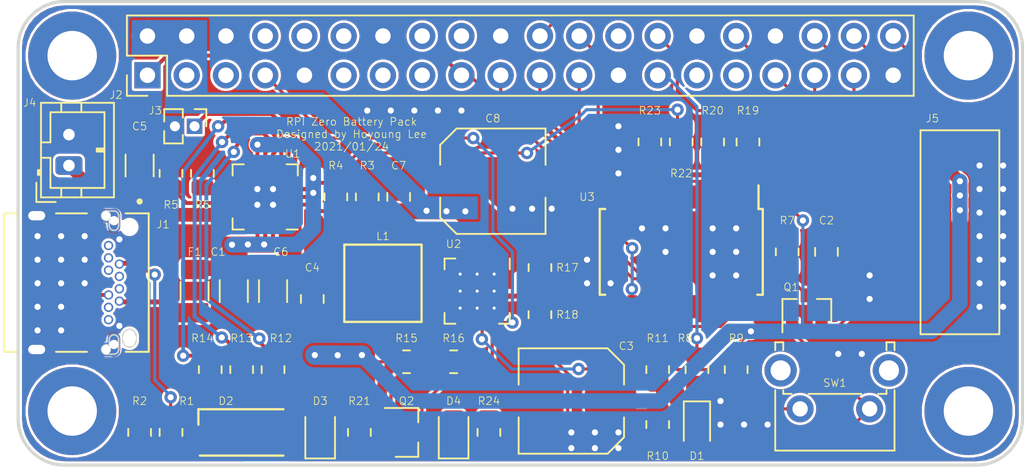
<source format=kicad_pcb>
(kicad_pcb (version 20171130) (host pcbnew 5.1.9+dfsg1-1)
  (layers (0 F.Cu signal) (31 B.Cu signal) (34 B.Paste user) (35 F.Paste user) (36 B.SilkS user) (37 F.SilkS user) (38 B.Mask user) (39 F.Mask user) (44 Edge.Cuts user))
  (net 0 "")
  (net 1 /PWR_EN)
  (net 2 "Net-(D1-Pad2)")
  (net 3 "Net-(Q1-Pad3)")
  (net 4 /PWR_SENSE)
  (net 5 +BATT)
  (net 6 "Net-(R3-Pad2)")
  (net 7 VBUS)
  (net 8 "Net-(J3-Pad1)")
  (net 9 /USB)
  (net 10 /DONE)
  (net 11 /CHRG)
  (net 12 GND)
  (net 13 "Net-(R6-Pad1)")
  (net 14 "Net-(R5-Pad1)")
  (net 15 /VLIPO)
  (net 16 +5V)
  (net 17 "Net-(U2-Pad2)")
  (net 18 "Net-(L1-Pad2)")
  (net 19 /LBO)
  (net 20 "Net-(R17-Pad2)")
  (net 21 "Net-(J1-PadA2)")
  (net 22 "Net-(J1-PadA3)")
  (net 23 "Net-(F1-Pad2)")
  (net 24 "Net-(J1-PadA5)")
  (net 25 "Net-(J1-PadA6)")
  (net 26 "Net-(J1-PadA7)")
  (net 27 "Net-(J1-PadA8)")
  (net 28 "Net-(J1-PadA10)")
  (net 29 "Net-(J1-PadA11)")
  (net 30 "Net-(J1-PadB7)")
  (net 31 "Net-(J1-PadB6)")
  (net 32 "Net-(J1-PadB8)")
  (net 33 "Net-(J1-PadB10)")
  (net 34 "Net-(J1-PadB11)")
  (net 35 "Net-(J1-PadB5)")
  (net 36 "Net-(J1-PadB3)")
  (net 37 "Net-(J1-PadB2)")
  (net 38 +3V3)
  (net 39 /LED2)
  (net 40 /LED3)
  (net 41 /LED4)
  (net 42 /PWR_PIN)
  (net 43 "Net-(J2-Pad11)")
  (net 44 "Net-(J2-Pad13)")
  (net 45 "Net-(J2-Pad15)")
  (net 46 /LED7)
  (net 47 /LED0)
  (net 48 /LED1)
  (net 49 /LED5)
  (net 50 /LED6)
  (net 51 "Net-(R9-Pad1)")
  (net 52 "Net-(D2-Pad4)")
  (net 53 "Net-(D2-Pad3)")
  (net 54 "Net-(D2-Pad2)")
  (net 55 "Net-(R19-Pad2)")
  (net 56 "Net-(Q2-Pad2)")
  (net 57 "Net-(D3-Pad2)")
  (net 58 "Net-(U3-Pad3)")
  (net 59 "Net-(U3-Pad4)")
  (net 60 "Net-(U3-Pad5)")
  (net 61 "Net-(U3-Pad6)")
  (net 62 "Net-(U3-Pad7)")
  (net 63 "Net-(U3-Pad8)")
  (net 64 "Net-(J2-Pad26)")
  (net 65 /SDA)
  (net 66 /SCL)
  (net 67 /TXD)
  (net 68 /RXD)
  (net 69 "Net-(J2-Pad12)")
  (net 70 "Net-(J2-Pad16)")
  (net 71 "Net-(J2-Pad18)")
  (net 72 /MOSI0)
  (net 73 /MISO0)
  (net 74 /SCLK0)
  (net 75 /CE0)
  (net 76 "Net-(J2-Pad29)")
  (net 77 "Net-(J2-Pad31)")
  (net 78 "Net-(R15-Pad2)")
  (net 79 "Net-(R22-Pad2)")
  (net 80 "Net-(D4-Pad2)")
  (module Resistor_SMD:R_0805_2012Metric (layer F.Cu) (at 203.962 104.14 90)
    (fp_text reference R7 (at 2.032 0 180) (layer F.SilkS) (effects (font (size 0.5 0.5) (thickness 0.05))))
    (fp_text value 10K)
    (pad 2 smd roundrect (at 0.9125 0 90) (size 1.025 1.4) (layers F.Cu F.Paste F.Mask) (roundrect_rratio 0.2439004878048781) (net 38 +3V3))
    (pad 1 smd roundrect (at -0.9125 0 90) (size 1.025 1.4) (layers F.Cu F.Paste F.Mask) (roundrect_rratio 0.2439004878048781) (net 3 "Net-(Q1-Pad3)"))
  )
  (module Package_TO_SOT_SMD:SOT-23 (layer F.Cu) (at 205.232 107.95 90)
    (fp_text reference Q1 (at 1.524 -1.016 180) (layer F.SilkS) (effects (font (size 0.5 0.5) (thickness 0.05))))
    (fp_text value MMBT3904)
    (pad 1 smd rect (at -1 -0.95 90) (size 0.9 0.8) (layers F.Cu F.Paste F.Mask) (net 2 "Net-(D1-Pad2)"))
    (pad 2 smd rect (at -1 0.95 90) (size 0.9 0.8) (layers F.Cu F.Paste F.Mask) (net 4 /PWR_SENSE))
    (pad 3 smd rect (at 1 0 90) (size 0.9 0.8) (layers F.Cu F.Paste F.Mask) (net 3 "Net-(Q1-Pad3)"))
  )
  (module Capacitor_SMD:C_0805_2012Metric (layer F.Cu) (at 206.502 104.14 270)
    (fp_text reference C2 (at -2.032 0 180) (layer F.SilkS) (effects (font (size 0.5 0.5) (thickness 0.05))))
    (fp_text value 0.1uF)
    (pad 1 smd roundrect (at -0.95 0 270) (size 1 1.45) (layers F.Cu F.Paste F.Mask) (net 4 /PWR_SENSE))
    (pad 2 smd roundrect (at 0.95 0 270) (size 1 1.45) (layers F.Cu F.Paste F.Mask) (net 12 GND))
  )
  (module "Connector_JST-extra:JST_10FMN-SMT-A-TF(LF)(SN)_1x10-1MP_P1.00mm_Horizontal" (layer F.Cu) (at 215.138 102.87 270)
    (fp_text reference J5 (at -7.366 1.778 180) (layer F.SilkS) (effects (font (size 0.5 0.5) (thickness 0.05))))
    (fp_text value Conn_01x10)
    (pad 1 smd rect (at -4.5 2.9 270) (size 0.6 1.7) (layers F.Cu F.Paste F.Mask) (net 5 +BATT))
    (pad 2 smd rect (at -3.5 2.9 270) (size 0.6 1.7) (layers F.Cu F.Paste F.Mask) (net 47 /LED0))
    (pad 3 smd rect (at -2.5 2.9 270) (size 0.6 1.7) (layers F.Cu F.Paste F.Mask) (net 48 /LED1))
    (pad 4 smd rect (at -1.5 2.9 270) (size 0.6 1.7) (layers F.Cu F.Paste F.Mask) (net 39 /LED2))
    (pad 5 smd rect (at -0.5 2.9 270) (size 0.6 1.7) (layers F.Cu F.Paste F.Mask) (net 40 /LED3))
    (pad 6 smd rect (at 0.5 2.9 270) (size 0.6 1.7) (layers F.Cu F.Paste F.Mask) (net 41 /LED4))
    (pad 7 smd rect (at 1.5 2.9 270) (size 0.6 1.7) (layers F.Cu F.Paste F.Mask) (net 49 /LED5))
    (pad 8 smd rect (at 2.5 2.9 270) (size 0.6 1.7) (layers F.Cu F.Paste F.Mask) (net 50 /LED6))
    (pad 9 smd rect (at 3.5 2.9 270) (size 0.6 1.7) (layers F.Cu F.Paste F.Mask) (net 46 /LED7))
    (pad 10 smd rect (at 4.5 2.9 270) (size 0.6 1.7) (layers F.Cu F.Paste F.Mask) (net 12 GND))
    (pad MP smd rect (at -6.3 -1.85 270) (size 1.2 1.8) (layers F.Cu F.Paste F.Mask))
    (pad MP smd rect (at 6.3 -1.85 270) (size 1.2 1.8) (layers F.Cu F.Paste F.Mask))
  )
  (module Package_DFN_QFN:QFN-20-1EP_4x4mm_P0.5mm_EP2.5x2.5mm (layer F.Cu) (at 170.18 100.584 180)
    (fp_text reference U1 (at -1.778 2.794) (layer F.SilkS) (effects (font (size 0.5 0.5) (thickness 0.05))))
    (fp_text value MCP73871-2CC)
    (pad 1 smd roundrect (at -1.9375 -1 180) (size 0.825 0.25) (layers F.Cu F.Paste F.Mask) (net 5 +BATT))
    (pad 2 smd roundrect (at -1.9375 -0.5 180) (size 0.825 0.25) (layers F.Cu F.Paste F.Mask) (net 6 "Net-(R3-Pad2)"))
    (pad 3 smd roundrect (at -1.9375 0 180) (size 0.825 0.25) (layers F.Cu F.Paste F.Mask) (net 7 VBUS))
    (pad 4 smd roundrect (at -1.9375 0.5 180) (size 0.825 0.25) (layers F.Cu F.Paste F.Mask) (net 7 VBUS))
    (pad 5 smd roundrect (at -1.9375 1 180) (size 0.825 0.25) (layers F.Cu F.Paste F.Mask) (net 8 "Net-(J3-Pad1)"))
    (pad 6 smd roundrect (at -1 1.9375 180) (size 0.25 0.825) (layers F.Cu F.Paste F.Mask) (net 9 /USB))
    (pad 7 smd roundrect (at -0.5 1.9375 180) (size 0.25 0.825) (layers F.Cu F.Paste F.Mask) (net 10 /DONE))
    (pad 8 smd roundrect (at 0 1.9375 180) (size 0.25 0.825) (layers F.Cu F.Paste F.Mask) (net 11 /CHRG))
    (pad 9 smd roundrect (at 0.5 1.9375 180) (size 0.25 0.825) (layers F.Cu F.Paste F.Mask) (net 7 VBUS))
    (pad 10 smd roundrect (at 1 1.9375 180) (size 0.25 0.825) (layers F.Cu F.Paste F.Mask) (net 12 GND))
    (pad 11 smd roundrect (at 1.9375 1 180) (size 0.825 0.25) (layers F.Cu F.Paste F.Mask) (net 12 GND))
    (pad 12 smd roundrect (at 1.9375 0.5 180) (size 0.825 0.25) (layers F.Cu F.Paste F.Mask) (net 13 "Net-(R6-Pad1)"))
    (pad 13 smd roundrect (at 1.9375 0 180) (size 0.825 0.25) (layers F.Cu F.Paste F.Mask) (net 14 "Net-(R5-Pad1)"))
    (pad 14 smd roundrect (at 1.9375 -0.5 180) (size 0.825 0.25) (layers F.Cu F.Paste F.Mask) (net 15 /VLIPO))
    (pad 15 smd roundrect (at 1.9375 -1 180) (size 0.825 0.25) (layers F.Cu F.Paste F.Mask) (net 15 /VLIPO))
    (pad 16 smd roundrect (at 1 -1.9375 180) (size 0.25 0.825) (layers F.Cu F.Paste F.Mask) (net 15 /VLIPO))
    (pad 17 smd roundrect (at 0.5 -1.9375 180) (size 0.25 0.825) (layers F.Cu F.Paste F.Mask) (net 7 VBUS))
    (pad 18 smd roundrect (at 0 -1.9375 180) (size 0.25 0.825) (layers F.Cu F.Paste F.Mask) (net 7 VBUS))
    (pad 19 smd roundrect (at -0.5 -1.9375 180) (size 0.25 0.825) (layers F.Cu F.Paste F.Mask) (net 7 VBUS))
    (pad 20 smd roundrect (at -1 -1.9375 180) (size 0.25 0.825) (layers F.Cu F.Paste F.Mask) (net 5 +BATT))
    (pad 21 smd rect (at 0 0 180) (size 2.5 2.5) (layers F.Cu F.Mask) (net 12 GND))
  )
  (module LED_SMD:LED_RGB_1210 (layer F.Cu) (at 168.656 115.824)
    (fp_text reference D2 (at -1.016 -2.032) (layer F.SilkS) (effects (font (size 0.5 0.5) (thickness 0.05))))
    (fp_text value BATT_STATUS)
    (pad 1 smd rect (at -1.75 -0.7 180) (size 1.5 1) (layers F.Cu F.Paste F.Mask) (net 5 +BATT))
    (pad 2 smd rect (at -1.75 0.7 180) (size 1.5 1) (layers F.Cu F.Paste F.Mask) (net 54 "Net-(D2-Pad2)"))
    (pad 4 smd rect (at 1.75 -0.7 180) (size 1.5 1) (layers F.Cu F.Paste F.Mask) (net 52 "Net-(D2-Pad4)"))
    (pad 3 smd rect (at 1.75 0.7 180) (size 1.5 1) (layers F.Cu F.Paste F.Mask) (net 53 "Net-(D2-Pad3)"))
  )
  (module Button_Switch_THT:SW_Tactile_SPST_Angled_PTS645Vx39-2LFS (layer F.Cu) (at 209.296 114.3 180)
    (fp_text reference SW1 (at 2.25 1.68) (layer F.SilkS) (effects (font (size 0.5 0.5) (thickness 0.05))))
    (fp_text value SW_Push)
    (pad "" thru_hole circle (at 5.76 2.49 180) (size 2.1 2.1) (drill 1.3) (layers *.Cu *.Mask))
    (pad 2 thru_hole circle (at 4.5 0 180) (size 1.75 1.75) (drill 0.99) (layers *.Cu *.Mask) (net 51 "Net-(R9-Pad1)"))
    (pad 1 thru_hole circle (at 0 0 180) (size 1.75 1.75) (drill 0.99) (layers *.Cu *.Mask) (net 2 "Net-(D1-Pad2)"))
    (pad "" thru_hole circle (at -1.25 2.49 180) (size 2.1 2.1) (drill 1.3) (layers *.Cu *.Mask))
  )
  (module MountingHole:MountingHole_3.2mm_M3_ISO7380_Pad (layer F.Cu) (at 215.69 91.44)
    (fp_text reference REF** hide)
    (fp_text value MountingHole_3.2mm_M3_ISO7380_Pad)
    (pad 1 thru_hole circle (at 0 0) (size 5.7 5.7) (drill 3.2) (layers *.Cu *.Mask))
  )
  (module MountingHole:MountingHole_3.2mm_M3_ISO7380_Pad (layer F.Cu) (at 215.69 114.44)
    (fp_text reference REF** hide)
    (fp_text value MountingHole_3.2mm_M3_ISO7380_Pad)
    (pad 1 thru_hole circle (at 0 0) (size 5.7 5.7) (drill 3.2) (layers *.Cu *.Mask))
  )
  (module MountingHole:MountingHole_3.2mm_M3_ISO7380_Pad (layer F.Cu) (at 157.69 114.44)
    (fp_text reference REF** hide)
    (fp_text value MountingHole_3.2mm_M3_ISO7380_Pad)
    (pad 1 thru_hole circle (at 0 0) (size 5.7 5.7) (drill 3.2) (layers *.Cu *.Mask))
  )
  (module MountingHole:MountingHole_3.2mm_M3_ISO7380_Pad (layer F.Cu) (at 157.69 91.44)
    (fp_text reference REF** hide)
    (fp_text value MountingHole_3.2mm_M3_ISO7380_Pad)
    (pad 1 thru_hole circle (at 0 0) (size 5.7 5.7) (drill 3.2) (layers *.Cu *.Mask))
  )
  (module Package_DFN_QFN:Texas_S-PVQFN-N16_EP2.7x2.7mm_ThermalVias (layer F.Cu) (at 183.896 106.68 270)
    (fp_text reference U2 (at -3.048 1.524 180) (layer F.SilkS) (effects (font (size 0.5 0.5) (thickness 0.05))))
    (fp_text value TPS61090)
    (pad 1 smd roundrect (at -1.9625 -0.975 270) (size 0.825 0.35) (layers F.Cu F.Paste F.Mask) (net 16 +5V))
    (pad 2 smd roundrect (at -1.9625 -0.325 270) (size 0.825 0.35) (layers F.Cu F.Paste F.Mask) (net 17 "Net-(U2-Pad2)"))
    (pad 3 smd roundrect (at -1.9625 0.325 270) (size 0.825 0.35) (layers F.Cu F.Paste F.Mask) (net 18 "Net-(L1-Pad2)"))
    (pad 4 smd roundrect (at -1.9625 0.975 270) (size 0.825 0.35) (layers F.Cu F.Paste F.Mask) (net 18 "Net-(L1-Pad2)"))
    (pad 5 smd roundrect (at -0.975 1.9625 270) (size 0.35 0.825) (layers F.Cu F.Paste F.Mask) (net 12 GND))
    (pad 6 smd roundrect (at -0.325 1.9625 270) (size 0.35 0.825) (layers F.Cu F.Paste F.Mask) (net 12 GND))
    (pad 7 smd roundrect (at 0.325 1.9625 270) (size 0.35 0.825) (layers F.Cu F.Paste F.Mask) (net 12 GND))
    (pad 8 smd roundrect (at 0.975 1.9625 270) (size 0.35 0.825) (layers F.Cu F.Paste F.Mask) (net 5 +BATT))
    (pad 9 smd roundrect (at 1.9625 0.975 270) (size 0.825 0.35) (layers F.Cu F.Paste F.Mask) (net 78 "Net-(R15-Pad2)"))
    (pad 10 smd roundrect (at 1.9625 0.325 270) (size 0.825 0.35) (layers F.Cu F.Paste F.Mask) (net 12 GND))
    (pad 11 smd roundrect (at 1.9625 -0.325 270) (size 0.825 0.35) (layers F.Cu F.Paste F.Mask) (net 1 /PWR_EN))
    (pad 12 smd roundrect (at 1.9625 -0.975 270) (size 0.825 0.35) (layers F.Cu F.Paste F.Mask) (net 19 /LBO))
    (pad 13 smd roundrect (at 0.975 -1.9625 270) (size 0.35 0.825) (layers F.Cu F.Paste F.Mask) (net 12 GND))
    (pad 14 smd roundrect (at 0.325 -1.9625 270) (size 0.35 0.825) (layers F.Cu F.Paste F.Mask) (net 20 "Net-(R17-Pad2)"))
    (pad 15 smd roundrect (at -0.325 -1.9625 270) (size 0.35 0.825) (layers F.Cu F.Paste F.Mask) (net 16 +5V))
    (pad 16 smd roundrect (at -0.975 -1.9625 270) (size 0.35 0.825) (layers F.Cu F.Paste F.Mask) (net 16 +5V))
    (pad 17 smd rect (at 0 0 270) (size 2.7 2.7) (layers F.Cu F.Mask) (net 12 GND))
    (pad 17 thru_hole circle (at -1.1 -1.1 270) (size 0.5 0.5) (drill 0.2) (layers *.Cu) (net 12 GND))
    (pad 17 thru_hole circle (at 0 -1.1 270) (size 0.5 0.5) (drill 0.2) (layers *.Cu) (net 12 GND))
    (pad 17 thru_hole circle (at 1.1 -1.1 270) (size 0.5 0.5) (drill 0.2) (layers *.Cu) (net 12 GND))
    (pad 17 thru_hole circle (at -1.1 0 270) (size 0.5 0.5) (drill 0.2) (layers *.Cu) (net 12 GND))
    (pad 17 thru_hole circle (at 0 0 270) (size 0.5 0.5) (drill 0.2) (layers *.Cu) (net 12 GND))
    (pad 17 thru_hole circle (at 1.1 0 270) (size 0.5 0.5) (drill 0.2) (layers *.Cu) (net 12 GND))
    (pad 17 thru_hole circle (at -1.1 1.1 270) (size 0.5 0.5) (drill 0.2) (layers *.Cu) (net 12 GND))
    (pad 17 thru_hole circle (at 0 1.1 270) (size 0.5 0.5) (drill 0.2) (layers *.Cu) (net 12 GND))
    (pad 17 thru_hole circle (at 1.1 1.1 270) (size 0.5 0.5) (drill 0.2) (layers *.Cu) (net 12 GND))
    (pad 17 smd rect (at 0 0 270) (size 2.7 2.7) (layers B.Cu) (net 12 GND))
  )
  (module UJ31-CH-3-SMT-TR:CUI_UJ31-CH-3-SMT-TR (layer F.Cu) (at 162.052 103.378 270)
    (fp_text reference J1 (at -1.016 -1.524) (layer F.SilkS) (effects (font (size 0.5 0.5) (thickness 0.05))))
    (fp_text value UJ31-CH-3-SMT-TR)
    (fp_line (start -1.58 1.36) (end -0.93 1.36) (layer Edge.Cuts) (width 0.1))
    (fp_line (start -1.88 2.16) (end -1.88 1.66) (layer Edge.Cuts) (width 0.1))
    (fp_line (start 6.43 1.36) (end 7.08 1.36) (layer Edge.Cuts) (width 0.1))
    (fp_line (start -0.93 1.96) (end -1.28 1.96) (layer Edge.Cuts) (width 0.1))
    (fp_line (start 6.78 1.96) (end 6.43 1.96) (layer Edge.Cuts) (width 0.1))
    (fp_line (start -1.28 1.96) (end -1.28 2.16) (layer Edge.Cuts) (width 0.1))
    (fp_line (start 6.78 1.96) (end 6.78 2.16) (layer Edge.Cuts) (width 0.1))
    (fp_line (start 7.38 2.16) (end 7.38 1.66) (layer Edge.Cuts) (width 0.1))
    (fp_line (start 6.2 0.235) (end 6.5 0.235) (layer Edge.Cuts) (width 0.1))
    (fp_line (start 6.2 1.085) (end 6.5 1.085) (layer Edge.Cuts) (width 0.1))
    (fp_arc (start -0.93 1.66) (end -0.93 1.96) (angle -180) (layer Edge.Cuts) (width 0.1))
    (fp_arc (start -1.58 2.16) (end -1.88 2.16) (angle -180) (layer Edge.Cuts) (width 0.1))
    (fp_arc (start -1.58 1.66) (end -1.58 1.36) (angle -90) (layer Edge.Cuts) (width 0.1))
    (fp_arc (start 6.43 1.66) (end 6.43 1.36) (angle -180) (layer Edge.Cuts) (width 0.1))
    (fp_arc (start 7.08 1.66) (end 7.38 1.66) (angle -90) (layer Edge.Cuts) (width 0.1))
    (fp_arc (start 7.08 2.16) (end 6.78 2.16) (angle -180) (layer Edge.Cuts) (width 0.1))
    (fp_arc (start 6.5 0.66) (end 6.5 1.085) (angle -180) (layer Edge.Cuts) (width 0.1))
    (fp_arc (start 6.2 0.66) (end 6.2 1.085) (angle 180) (layer Edge.Cuts) (width 0.1))
    (pad SH3 thru_hole oval (at -1.58 2.16 270) (size 0.9 1.8) (drill 0.6) (layers *.Cu *.Mask) (net 12 GND))
    (pad None np_thru_hole circle (at -0.85 0.66 270) (size 0.85 0.85) (drill 0.85) (layers *.Cu *.Mask))
    (pad SH4 thru_hole oval (at 7.08 2.16 270) (size 0.9 1.8) (drill 0.6) (layers *.Cu *.Mask) (net 12 GND))
    (pad SH2 thru_hole oval (at 6.755 1.66 270) (size 1.6 0.8) (drill 0.6) (layers *.Cu *.Mask) (net 12 GND))
    (pad None np_thru_hole circle (at 6.35 0.66 270) (size 0.85 0.85) (drill 0.85) (layers *.Cu *.Mask))
    (pad A1 smd rect (at 0 0 270) (size 0.32 0.7) (layers F.Cu F.Paste F.Mask) (net 12 GND))
    (pad A2 smd rect (at 0.5 0 270) (size 0.32 0.7) (layers F.Cu F.Paste F.Mask) (net 21 "Net-(J1-PadA2)"))
    (pad A3 smd rect (at 1 0 270) (size 0.32 0.7) (layers F.Cu F.Paste F.Mask) (net 22 "Net-(J1-PadA3)"))
    (pad A4 smd rect (at 1.5 0 270) (size 0.32 0.7) (layers F.Cu F.Paste F.Mask) (net 23 "Net-(F1-Pad2)"))
    (pad A5 smd rect (at 2 0 270) (size 0.32 0.7) (layers F.Cu F.Paste F.Mask) (net 24 "Net-(J1-PadA5)"))
    (pad A6 smd rect (at 2.5 0 270) (size 0.32 0.7) (layers F.Cu F.Paste F.Mask) (net 25 "Net-(J1-PadA6)"))
    (pad A7 smd rect (at 3 0 270) (size 0.32 0.7) (layers F.Cu F.Paste F.Mask) (net 26 "Net-(J1-PadA7)"))
    (pad A8 smd rect (at 3.5 0 270) (size 0.32 0.7) (layers F.Cu F.Paste F.Mask) (net 27 "Net-(J1-PadA8)"))
    (pad A9 smd rect (at 4 0 270) (size 0.32 0.7) (layers F.Cu F.Paste F.Mask) (net 23 "Net-(F1-Pad2)"))
    (pad A10 smd rect (at 4.5 0 270) (size 0.32 0.7) (layers F.Cu F.Paste F.Mask) (net 28 "Net-(J1-PadA10)"))
    (pad A11 smd rect (at 5 0 270) (size 0.32 0.7) (layers F.Cu F.Paste F.Mask) (net 29 "Net-(J1-PadA11)"))
    (pad A12 smd rect (at 5.5 0 270) (size 0.32 0.7) (layers F.Cu F.Paste F.Mask) (net 12 GND))
    (pad B7 thru_hole circle (at 2.35 1.31 270) (size 0.6 0.6) (drill 0.4) (layers *.Cu *.Mask) (net 30 "Net-(J1-PadB7)"))
    (pad SH1 thru_hole oval (at -1.255 1.66 270) (size 1.6 0.8) (drill 0.6) (layers *.Cu *.Mask) (net 12 GND))
    (pad B9 thru_hole circle (at 1.55 1.31 270) (size 0.6 0.6) (drill 0.4) (layers *.Cu *.Mask) (net 23 "Net-(F1-Pad2)"))
    (pad B12 thru_hole circle (at -0.05 1.31 270) (size 0.6 0.6) (drill 0.4) (layers *.Cu *.Mask) (net 12 GND))
    (pad B6 thru_hole circle (at 3.15 1.31 270) (size 0.6 0.6) (drill 0.4) (layers *.Cu *.Mask) (net 31 "Net-(J1-PadB6)"))
    (pad B4 thru_hole circle (at 3.95 1.31 270) (size 0.6 0.6) (drill 0.4) (layers *.Cu *.Mask) (net 23 "Net-(F1-Pad2)"))
    (pad B1 thru_hole circle (at 5.55 1.31 270) (size 0.6 0.6) (drill 0.4) (layers *.Cu *.Mask) (net 12 GND))
    (pad B8 thru_hole circle (at 1.95 2.01 270) (size 0.6 0.6) (drill 0.4) (layers *.Cu *.Mask) (net 32 "Net-(J1-PadB8)"))
    (pad B10 thru_hole circle (at 1.15 2.01 270) (size 0.6 0.6) (drill 0.4) (layers *.Cu *.Mask) (net 33 "Net-(J1-PadB10)"))
    (pad B11 thru_hole circle (at 0.35 2.01 270) (size 0.6 0.6) (drill 0.4) (layers *.Cu *.Mask) (net 34 "Net-(J1-PadB11)"))
    (pad B5 thru_hole circle (at 3.55 2.01 270) (size 0.6 0.6) (drill 0.4) (layers *.Cu *.Mask) (net 35 "Net-(J1-PadB5)"))
    (pad B3 thru_hole circle (at 4.35 2.01 270) (size 0.6 0.6) (drill 0.4) (layers *.Cu *.Mask) (net 36 "Net-(J1-PadB3)"))
    (pad B2 thru_hole circle (at 5.15 2.01 270) (size 0.6 0.6) (drill 0.4) (layers *.Cu *.Mask) (net 37 "Net-(J1-PadB2)"))
    (pad SH5 thru_hole oval (at -1.58 6.66 270) (size 0.9 1.8) (drill oval 0.6 1.1) (layers *.Cu *.Mask) (net 12 GND))
    (pad SH6 thru_hole oval (at 7.08 6.66 270) (size 0.9 1.8) (drill oval 0.6 1.1) (layers *.Cu *.Mask) (net 12 GND))
  )
  (module Resistor_SMD:R_0805_2012Metric (layer F.Cu) (at 164.084 115.824 90)
    (fp_text reference R1 (at 2.032 1.016 180) (layer F.SilkS) (effects (font (size 0.5 0.5) (thickness 0.05))))
    (fp_text value 5.1K)
    (pad 1 smd roundrect (at -0.9125 0 90) (size 1.025 1.4) (layers F.Cu F.Paste F.Mask) (roundrect_rratio 0.2439004878048781) (net 12 GND))
    (pad 2 smd roundrect (at 0.9125 0 90) (size 1.025 1.4) (layers F.Cu F.Paste F.Mask) (roundrect_rratio 0.2439004878048781) (net 24 "Net-(J1-PadA5)"))
  )
  (module Resistor_SMD:R_0805_2012Metric (layer F.Cu) (at 162.052 115.824 90)
    (fp_text reference R2 (at 2.032 0 180) (layer F.SilkS) (effects (font (size 0.5 0.5) (thickness 0.05))))
    (fp_text value 5.1K)
    (pad 2 smd roundrect (at 0.9125 0 90) (size 1.025 1.4) (layers F.Cu F.Paste F.Mask) (roundrect_rratio 0.2439004878048781) (net 35 "Net-(J1-PadB5)"))
    (pad 1 smd roundrect (at -0.9125 0 90) (size 1.025 1.4) (layers F.Cu F.Paste F.Mask) (roundrect_rratio 0.2439004878048781) (net 12 GND))
  )
  (module Resistor_SMD:R_0805_2012Metric (layer F.Cu) (at 176.784 100.584 270)
    (fp_text reference R3 (at -2.032 0 180) (layer F.SilkS) (effects (font (size 0.5 0.5) (thickness 0.05))))
    (fp_text value 100K)
    (pad 2 smd roundrect (at 0.9125 0 270) (size 1.025 1.4) (layers F.Cu F.Paste F.Mask) (roundrect_rratio 0.2439004878048781) (net 6 "Net-(R3-Pad2)"))
    (pad 1 smd roundrect (at -0.9125 0 270) (size 1.025 1.4) (layers F.Cu F.Paste F.Mask) (roundrect_rratio 0.2439004878048781) (net 12 GND))
  )
  (module Resistor_SMD:R_0805_2012Metric (layer F.Cu) (at 174.752 100.584 90)
    (fp_text reference R4 (at 2.032 0 180) (layer F.SilkS) (effects (font (size 0.5 0.5) (thickness 0.05))))
    (fp_text value 270K)
    (pad 1 smd roundrect (at -0.9125 0 90) (size 1.025 1.4) (layers F.Cu F.Paste F.Mask) (roundrect_rratio 0.2439004878048781) (net 6 "Net-(R3-Pad2)"))
    (pad 2 smd roundrect (at 0.9125 0 90) (size 1.025 1.4) (layers F.Cu F.Paste F.Mask) (roundrect_rratio 0.2439004878048781) (net 7 VBUS))
  )
  (module Resistor_SMD:R_0805_2012Metric (layer F.Cu) (at 164.084 99.06 90)
    (fp_text reference R5 (at -2.032 0 180) (layer F.SilkS) (effects (font (size 0.5 0.5) (thickness 0.05))))
    (fp_text value 1.0K)
    (pad 2 smd roundrect (at 0.9125 0 90) (size 1.025 1.4) (layers F.Cu F.Paste F.Mask) (roundrect_rratio 0.2439004878048781) (net 12 GND))
    (pad 1 smd roundrect (at -0.9125 0 90) (size 1.025 1.4) (layers F.Cu F.Paste F.Mask) (roundrect_rratio 0.2439004878048781) (net 14 "Net-(R5-Pad1)"))
  )
  (module Resistor_SMD:R_0805_2012Metric (layer F.Cu) (at 166.116 99.06 90)
    (fp_text reference R6 (at -2.032 0 180) (layer F.SilkS) (effects (font (size 0.5 0.5) (thickness 0.05))))
    (fp_text value 100K)
    (pad 1 smd roundrect (at -0.9125 0 90) (size 1.025 1.4) (layers F.Cu F.Paste F.Mask) (roundrect_rratio 0.2439004878048781) (net 13 "Net-(R6-Pad1)"))
    (pad 2 smd roundrect (at 0.9125 0 90) (size 1.025 1.4) (layers F.Cu F.Paste F.Mask) (roundrect_rratio 0.2439004878048781) (net 12 GND))
  )
  (module Resistor_SMD:R_0805_2012Metric (layer F.Cu) (at 198.12 111.76 90)
    (fp_text reference R8 (at 2.032 -0.762 180) (layer F.SilkS) (effects (font (size 0.5 0.5) (thickness 0.05))))
    (fp_text value 10K)
    (pad 2 smd roundrect (at 0.9125 0 90) (size 1.025 1.4) (layers F.Cu F.Paste F.Mask) (roundrect_rratio 0.2439004878048781) (net 42 /PWR_PIN))
    (pad 1 smd roundrect (at -0.9125 0 90) (size 1.025 1.4) (layers F.Cu F.Paste F.Mask) (roundrect_rratio 0.2439004878048781) (net 1 /PWR_EN))
  )
  (module Resistor_SMD:R_0805_2012Metric (layer F.Cu) (at 200.66 111.76 90)
    (fp_text reference R9 (at 2.032 0 180) (layer F.SilkS) (effects (font (size 0.5 0.5) (thickness 0.05))))
    (fp_text value 10K)
    (pad 1 smd roundrect (at -0.9125 0 90) (size 1.025 1.4) (layers F.Cu F.Paste F.Mask) (roundrect_rratio 0.2439004878048781) (net 51 "Net-(R9-Pad1)"))
    (pad 2 smd roundrect (at 0.9125 0 90) (size 1.025 1.4) (layers F.Cu F.Paste F.Mask) (roundrect_rratio 0.2439004878048781) (net 5 +BATT))
  )
  (module Resistor_SMD:R_0805_2012Metric (layer F.Cu) (at 195.58 115.316 270)
    (fp_text reference R10 (at 2.032 0 180) (layer F.SilkS) (effects (font (size 0.5 0.5) (thickness 0.05))))
    (fp_text value 100K)
    (pad 1 smd roundrect (at -0.9125 0 270) (size 1.025 1.4) (layers F.Cu F.Paste F.Mask) (roundrect_rratio 0.2439004878048781) (net 1 /PWR_EN))
    (pad 2 smd roundrect (at 0.9125 0 270) (size 1.025 1.4) (layers F.Cu F.Paste F.Mask) (roundrect_rratio 0.2439004878048781) (net 12 GND))
  )
  (module Resistor_SMD:R_0805_2012Metric (layer F.Cu) (at 195.58 111.76 270)
    (fp_text reference R11 (at -2.032 0 180) (layer F.SilkS) (effects (font (size 0.5 0.5) (thickness 0.05))))
    (fp_text value 200K)
    (pad 2 smd roundrect (at 0.9125 0 270) (size 1.025 1.4) (layers F.Cu F.Paste F.Mask) (roundrect_rratio 0.2439004878048781) (net 1 /PWR_EN))
    (pad 1 smd roundrect (at -0.9125 0 270) (size 1.025 1.4) (layers F.Cu F.Paste F.Mask) (roundrect_rratio 0.2439004878048781) (net 5 +BATT))
  )
  (module Resistor_SMD:R_0805_2012Metric (layer F.Cu) (at 166.624 111.76 90)
    (fp_text reference R14 (at 2.032 -0.508 180) (layer F.SilkS) (effects (font (size 0.5 0.5) (thickness 0.05))))
    (fp_text value 1K)
    (pad 2 smd roundrect (at 0.9125 0 90) (size 1.025 1.4) (layers F.Cu F.Paste F.Mask) (roundrect_rratio 0.2439004878048781) (net 9 /USB))
    (pad 1 smd roundrect (at -0.9125 0 90) (size 1.025 1.4) (layers F.Cu F.Paste F.Mask) (roundrect_rratio 0.2439004878048781) (net 54 "Net-(D2-Pad2)"))
  )
  (module Resistor_SMD:R_0805_2012Metric (layer F.Cu) (at 179.324 111.252)
    (fp_text reference R15 (at 0 -1.524) (layer F.SilkS) (effects (font (size 0.5 0.5) (thickness 0.05))))
    (fp_text value 1.87M)
    (pad 1 smd roundrect (at -0.9125 0) (size 1.025 1.4) (layers F.Cu F.Paste F.Mask) (roundrect_rratio 0.2439004878048781) (net 5 +BATT))
    (pad 2 smd roundrect (at 0.9125 0) (size 1.025 1.4) (layers F.Cu F.Paste F.Mask) (roundrect_rratio 0.2439004878048781) (net 78 "Net-(R15-Pad2)"))
  )
  (module Resistor_SMD:R_0805_2012Metric (layer F.Cu) (at 182.372 111.252)
    (fp_text reference R16 (at 0 -1.524) (layer F.SilkS) (effects (font (size 0.5 0.5) (thickness 0.05))))
    (fp_text value 340K)
    (pad 2 smd roundrect (at 0.9125 0) (size 1.025 1.4) (layers F.Cu F.Paste F.Mask) (roundrect_rratio 0.2439004878048781) (net 12 GND))
    (pad 1 smd roundrect (at -0.9125 0) (size 1.025 1.4) (layers F.Cu F.Paste F.Mask) (roundrect_rratio 0.2439004878048781) (net 78 "Net-(R15-Pad2)"))
  )
  (module Resistor_SMD:R_0805_2012Metric (layer F.Cu) (at 187.96 105.156 270)
    (fp_text reference R17 (at 0 -1.778 180) (layer F.SilkS) (effects (font (size 0.5 0.5) (thickness 0.05))))
    (fp_text value 1.87M)
    (pad 2 smd roundrect (at 0.9125 0 270) (size 1.025 1.4) (layers F.Cu F.Paste F.Mask) (roundrect_rratio 0.2439004878048781) (net 20 "Net-(R17-Pad2)"))
    (pad 1 smd roundrect (at -0.9125 0 270) (size 1.025 1.4) (layers F.Cu F.Paste F.Mask) (roundrect_rratio 0.2439004878048781) (net 16 +5V))
  )
  (module Resistor_SMD:R_0805_2012Metric (layer F.Cu) (at 187.96 108.204 270)
    (fp_text reference R18 (at 0 -1.778 180) (layer F.SilkS) (effects (font (size 0.5 0.5) (thickness 0.05))))
    (fp_text value 200K)
    (pad 1 smd roundrect (at -0.9125 0 270) (size 1.025 1.4) (layers F.Cu F.Paste F.Mask) (roundrect_rratio 0.2439004878048781) (net 20 "Net-(R17-Pad2)"))
    (pad 2 smd roundrect (at 0.9125 0 270) (size 1.025 1.4) (layers F.Cu F.Paste F.Mask) (roundrect_rratio 0.2439004878048781) (net 12 GND))
  )
  (module Resistor_SMD:R_0805_2012Metric (layer F.Cu) (at 201.422 97.028 270)
    (fp_text reference R19 (at -2.032 0 180) (layer F.SilkS) (effects (font (size 0.5 0.5) (thickness 0.05))))
    (fp_text value 6.8K)
    (pad 2 smd roundrect (at 0.9125 0 270) (size 1.025 1.4) (layers F.Cu F.Paste F.Mask) (roundrect_rratio 0.2439004878048781) (net 55 "Net-(R19-Pad2)"))
    (pad 1 smd roundrect (at -0.9125 0 270) (size 1.025 1.4) (layers F.Cu F.Paste F.Mask) (roundrect_rratio 0.2439004878048781) (net 5 +BATT))
  )
  (module Resistor_SMD:R_0805_2012Metric (layer F.Cu) (at 199.136 97.028 90)
    (fp_text reference R20 (at 2.032 0 180) (layer F.SilkS) (effects (font (size 0.5 0.5) (thickness 0.05))))
    (fp_text value 10K)
    (pad 1 smd roundrect (at -0.9125 0 90) (size 1.025 1.4) (layers F.Cu F.Paste F.Mask) (roundrect_rratio 0.2439004878048781) (net 55 "Net-(R19-Pad2)"))
    (pad 2 smd roundrect (at 0.9125 0 90) (size 1.025 1.4) (layers F.Cu F.Paste F.Mask) (roundrect_rratio 0.2439004878048781) (net 12 GND))
  )
  (module Resistor_SMD:R_0805_2012Metric (layer F.Cu) (at 176.276 115.824 90)
    (fp_text reference R21 (at 2.032 0 180) (layer F.SilkS) (effects (font (size 0.5 0.5) (thickness 0.05))))
    (fp_text value 1K)
    (pad 1 smd roundrect (at -0.9125 0 90) (size 1.025 1.4) (layers F.Cu F.Paste F.Mask) (roundrect_rratio 0.2439004878048781) (net 56 "Net-(Q2-Pad2)"))
    (pad 2 smd roundrect (at 0.9125 0 90) (size 1.025 1.4) (layers F.Cu F.Paste F.Mask) (roundrect_rratio 0.2439004878048781) (net 57 "Net-(D3-Pad2)"))
  )
  (module Resistor_SMD:R_0805_2012Metric (layer F.Cu) (at 197.104 97.028 270)
    (fp_text reference R22 (at 2.032 0 180) (layer F.SilkS) (effects (font (size 0.5 0.5) (thickness 0.05))))
    (fp_text value 6.8K)
    (pad 1 smd roundrect (at -0.9125 0 270) (size 1.025 1.4) (layers F.Cu F.Paste F.Mask) (roundrect_rratio 0.2439004878048781) (net 7 VBUS))
    (pad 2 smd roundrect (at 0.9125 0 270) (size 1.025 1.4) (layers F.Cu F.Paste F.Mask) (roundrect_rratio 0.2439004878048781) (net 79 "Net-(R22-Pad2)"))
  )
  (module Resistor_SMD:R_0805_2012Metric (layer F.Cu) (at 195.072 97.028 90)
    (fp_text reference R23 (at 2.032 0 180) (layer F.SilkS) (effects (font (size 0.5 0.5) (thickness 0.05))))
    (fp_text value 10K)
    (pad 1 smd roundrect (at -0.9125 0 90) (size 1.025 1.4) (layers F.Cu F.Paste F.Mask) (roundrect_rratio 0.2439004878048781) (net 79 "Net-(R22-Pad2)"))
    (pad 2 smd roundrect (at 0.9125 0 90) (size 1.025 1.4) (layers F.Cu F.Paste F.Mask) (roundrect_rratio 0.2439004878048781) (net 12 GND))
  )
  (module Connector_PinHeader_2.54mm:PinHeader_2x20_P2.54mm_Vertical (layer F.Cu) (at 162.56 92.71 90)
    (fp_text reference J2 (at -1.27 -2.032 180) (layer F.SilkS) (effects (font (size 0.5 0.5) (thickness 0.05))))
    (fp_text value Raspberry_Pi_2_3)
    (pad 1 thru_hole rect (at 0 0 90) (size 1.7 1.7) (drill 1) (layers *.Cu *.Mask) (net 38 +3V3))
    (pad 2 thru_hole oval (at 2.54 0 90) (size 1.7 1.7) (drill 1) (layers *.Cu *.Mask) (net 16 +5V))
    (pad 3 thru_hole oval (at 0 2.54 90) (size 1.7 1.7) (drill 1) (layers *.Cu *.Mask) (net 65 /SDA))
    (pad 4 thru_hole oval (at 2.54 2.54 90) (size 1.7 1.7) (drill 1) (layers *.Cu *.Mask) (net 16 +5V))
    (pad 5 thru_hole oval (at 0 5.08 90) (size 1.7 1.7) (drill 1) (layers *.Cu *.Mask) (net 66 /SCL))
    (pad 6 thru_hole oval (at 2.54 5.08 90) (size 1.7 1.7) (drill 1) (layers *.Cu *.Mask) (net 12 GND))
    (pad 7 thru_hole oval (at 0 7.62 90) (size 1.7 1.7) (drill 1) (layers *.Cu *.Mask) (net 19 /LBO))
    (pad 8 thru_hole oval (at 2.54 7.62 90) (size 1.7 1.7) (drill 1) (layers *.Cu *.Mask) (net 67 /TXD))
    (pad 9 thru_hole oval (at 0 10.16 90) (size 1.7 1.7) (drill 1) (layers *.Cu *.Mask) (net 12 GND))
    (pad 10 thru_hole oval (at 2.54 10.16 90) (size 1.7 1.7) (drill 1) (layers *.Cu *.Mask) (net 68 /RXD))
    (pad 11 thru_hole oval (at 0 12.7 90) (size 1.7 1.7) (drill 1) (layers *.Cu *.Mask) (net 43 "Net-(J2-Pad11)"))
    (pad 12 thru_hole oval (at 2.54 12.7 90) (size 1.7 1.7) (drill 1) (layers *.Cu *.Mask) (net 69 "Net-(J2-Pad12)"))
    (pad 13 thru_hole oval (at 0 15.24 90) (size 1.7 1.7) (drill 1) (layers *.Cu *.Mask) (net 44 "Net-(J2-Pad13)"))
    (pad 14 thru_hole oval (at 2.54 15.24 90) (size 1.7 1.7) (drill 1) (layers *.Cu *.Mask) (net 12 GND))
    (pad 15 thru_hole oval (at 0 17.78 90) (size 1.7 1.7) (drill 1) (layers *.Cu *.Mask) (net 45 "Net-(J2-Pad15)"))
    (pad 16 thru_hole oval (at 2.54 17.78 90) (size 1.7 1.7) (drill 1) (layers *.Cu *.Mask) (net 70 "Net-(J2-Pad16)"))
    (pad 17 thru_hole oval (at 0 20.32 90) (size 1.7 1.7) (drill 1) (layers *.Cu *.Mask) (net 38 +3V3))
    (pad 18 thru_hole oval (at 2.54 20.32 90) (size 1.7 1.7) (drill 1) (layers *.Cu *.Mask) (net 71 "Net-(J2-Pad18)"))
    (pad 19 thru_hole oval (at 0 22.86 90) (size 1.7 1.7) (drill 1) (layers *.Cu *.Mask) (net 72 /MOSI0))
    (pad 20 thru_hole oval (at 2.54 22.86 90) (size 1.7 1.7) (drill 1) (layers *.Cu *.Mask) (net 12 GND))
    (pad 21 thru_hole oval (at 0 25.4 90) (size 1.7 1.7) (drill 1) (layers *.Cu *.Mask) (net 73 /MISO0))
    (pad 22 thru_hole oval (at 2.54 25.4 90) (size 1.7 1.7) (drill 1) (layers *.Cu *.Mask) (net 46 /LED7))
    (pad 23 thru_hole oval (at 0 27.94 90) (size 1.7 1.7) (drill 1) (layers *.Cu *.Mask) (net 74 /SCLK0))
    (pad 24 thru_hole oval (at 2.54 27.94 90) (size 1.7 1.7) (drill 1) (layers *.Cu *.Mask) (net 75 /CE0))
    (pad 25 thru_hole oval (at 0 30.48 90) (size 1.7 1.7) (drill 1) (layers *.Cu *.Mask) (net 12 GND))
    (pad 26 thru_hole oval (at 2.54 30.48 90) (size 1.7 1.7) (drill 1) (layers *.Cu *.Mask) (net 64 "Net-(J2-Pad26)"))
    (pad 27 thru_hole oval (at 0 33.02 90) (size 1.7 1.7) (drill 1) (layers *.Cu *.Mask) (net 42 /PWR_PIN))
    (pad 28 thru_hole oval (at 2.54 33.02 90) (size 1.7 1.7) (drill 1) (layers *.Cu *.Mask) (net 4 /PWR_SENSE))
    (pad 29 thru_hole oval (at 0 35.56 90) (size 1.7 1.7) (drill 1) (layers *.Cu *.Mask) (net 76 "Net-(J2-Pad29)"))
    (pad 30 thru_hole oval (at 2.54 35.56 90) (size 1.7 1.7) (drill 1) (layers *.Cu *.Mask) (net 12 GND))
    (pad 31 thru_hole oval (at 0 38.1 90) (size 1.7 1.7) (drill 1) (layers *.Cu *.Mask) (net 77 "Net-(J2-Pad31)"))
    (pad 32 thru_hole oval (at 2.54 38.1 90) (size 1.7 1.7) (drill 1) (layers *.Cu *.Mask) (net 50 /LED6))
    (pad 33 thru_hole oval (at 0 40.64 90) (size 1.7 1.7) (drill 1) (layers *.Cu *.Mask) (net 49 /LED5))
    (pad 34 thru_hole oval (at 2.54 40.64 90) (size 1.7 1.7) (drill 1) (layers *.Cu *.Mask) (net 12 GND))
    (pad 35 thru_hole oval (at 0 43.18 90) (size 1.7 1.7) (drill 1) (layers *.Cu *.Mask) (net 41 /LED4))
    (pad 36 thru_hole oval (at 2.54 43.18 90) (size 1.7 1.7) (drill 1) (layers *.Cu *.Mask) (net 40 /LED3))
    (pad 37 thru_hole oval (at 0 45.72 90) (size 1.7 1.7) (drill 1) (layers *.Cu *.Mask) (net 39 /LED2))
    (pad 38 thru_hole oval (at 2.54 45.72 90) (size 1.7 1.7) (drill 1) (layers *.Cu *.Mask) (net 48 /LED1))
    (pad 39 thru_hole oval (at 0 48.26 90) (size 1.7 1.7) (drill 1) (layers *.Cu *.Mask) (net 12 GND))
    (pad 40 thru_hole oval (at 2.54 48.26 90) (size 1.7 1.7) (drill 1) (layers *.Cu *.Mask) (net 47 /LED0))
  )
  (module Capacitor_SMD:C_1206_3216Metric (layer F.Cu) (at 168.148 106.68 270)
    (fp_text reference C1 (at -2.54 1.016 180) (layer F.SilkS) (effects (font (size 0.5 0.5) (thickness 0.05))))
    (fp_text value 10uF/10V)
    (pad 1 smd roundrect (at -1.475 0 270) (size 1.15 1.8) (layers F.Cu F.Paste F.Mask) (roundrect_rratio 0.2173904347826087) (net 7 VBUS))
    (pad 2 smd roundrect (at 1.475 0 270) (size 1.15 1.8) (layers F.Cu F.Paste F.Mask) (roundrect_rratio 0.2173904347826087) (net 12 GND))
  )
  (module Capacitor_SMD:C_Elec_6.3x5.4 (layer F.Cu) (at 189.992 113.792 180)
    (fp_text reference C3 (at -3.556 3.556) (layer F.SilkS) (effects (font (size 0.5 0.5) (thickness 0.05))))
    (fp_text value 100uF/10V)
    (pad 1 smd roundrect (at -2.5375 0 180) (size 3.325 1.6) (layers F.Cu F.Paste F.Mask) (roundrect_rratio 0.15625) (net 1 /PWR_EN))
    (pad 2 smd roundrect (at 2.5375 0 180) (size 3.325 1.6) (layers F.Cu F.Paste F.Mask) (roundrect_rratio 0.15625) (net 12 GND))
  )
  (module Capacitor_SMD:C_0805_2012Metric (layer F.Cu) (at 173.228 107.188 90)
    (fp_text reference C4 (at 2.032 0 180) (layer F.SilkS) (effects (font (size 0.5 0.5) (thickness 0.05))))
    (fp_text value 100nF)
    (pad 1 smd roundrect (at -0.95 0 90) (size 1 1.45) (layers F.Cu F.Paste F.Mask) (net 12 GND))
    (pad 2 smd roundrect (at 0.95 0 90) (size 1 1.45) (layers F.Cu F.Paste F.Mask) (net 5 +BATT))
  )
  (module Capacitor_SMD:C_1206_3216Metric (layer F.Cu) (at 162.052 98.552 90)
    (fp_text reference C5 (at 2.54 0 180) (layer F.SilkS) (effects (font (size 0.5 0.5) (thickness 0.05))))
    (fp_text value 10uF/10V)
    (pad 2 smd roundrect (at 1.475 0 90) (size 1.15 1.8) (layers F.Cu F.Paste F.Mask) (roundrect_rratio 0.2173904347826087) (net 12 GND))
    (pad 1 smd roundrect (at -1.475 0 90) (size 1.15 1.8) (layers F.Cu F.Paste F.Mask) (roundrect_rratio 0.2173904347826087) (net 15 /VLIPO))
  )
  (module Capacitor_SMD:C_1206_3216Metric (layer F.Cu) (at 170.688 106.68 270)
    (fp_text reference C6 (at -2.54 -0.508 180) (layer F.SilkS) (effects (font (size 0.5 0.5) (thickness 0.05))))
    (fp_text value 10uF/10V)
    (pad 1 smd roundrect (at -1.475 0 270) (size 1.15 1.8) (layers F.Cu F.Paste F.Mask) (roundrect_rratio 0.2173904347826087) (net 5 +BATT))
    (pad 2 smd roundrect (at 1.475 0 270) (size 1.15 1.8) (layers F.Cu F.Paste F.Mask) (roundrect_rratio 0.2173904347826087) (net 12 GND))
  )
  (module Capacitor_SMD:C_0805_2012Metric (layer F.Cu) (at 178.816 100.584 90)
    (fp_text reference C7 (at 2.032 0 180) (layer F.SilkS) (effects (font (size 0.5 0.5) (thickness 0.05))))
    (fp_text value 2.2uF)
    (pad 2 smd roundrect (at 0.95 0 90) (size 1 1.45) (layers F.Cu F.Paste F.Mask) (net 12 GND))
    (pad 1 smd roundrect (at -0.95 0 90) (size 1 1.45) (layers F.Cu F.Paste F.Mask) (net 16 +5V))
  )
  (module Capacitor_SMD:C_Elec_6.3x5.4 (layer F.Cu) (at 184.912 99.568)
    (fp_text reference C8 (at 0 -4.064) (layer F.SilkS) (effects (font (size 0.5 0.5) (thickness 0.05))))
    (fp_text value 100uF)
    (pad 2 smd roundrect (at 2.5375 0) (size 3.325 1.6) (layers F.Cu F.Paste F.Mask) (roundrect_rratio 0.15625) (net 12 GND))
    (pad 1 smd roundrect (at -2.5375 0) (size 3.325 1.6) (layers F.Cu F.Paste F.Mask) (roundrect_rratio 0.15625) (net 16 +5V))
  )
  (module Connector_PinHeader_1.27mm:PinHeader_1x02_P1.27mm_Vertical (layer F.Cu) (at 165.608 96.012 270)
    (fp_text reference J3 (at -1.016 2.54 180) (layer F.SilkS) (effects (font (size 0.5 0.5) (thickness 0.05))))
    (fp_text value "10K(NTC)")
    (pad 1 thru_hole rect (at 0 0 270) (size 1 1) (drill 0.65) (layers *.Cu *.Mask) (net 8 "Net-(J3-Pad1)"))
    (pad 2 thru_hole oval (at 0 1.27 270) (size 1 1) (drill 0.65) (layers *.Cu *.Mask) (net 12 GND))
  )
  (module Connector_JST:JST_PH_B2B-PH-K_1x02_P2.00mm_Vertical (layer F.Cu) (at 157.48 98.552 90)
    (fp_text reference J4 (at 4.064 -2.54 180) (layer F.SilkS) (effects (font (size 0.5 0.5) (thickness 0.05))))
    (fp_text value "LIPO(1S1P)")
    (pad 1 thru_hole roundrect (at 0 0 90) (size 1.2 1.75) (drill 0.75) (layers *.Cu *.Mask) (roundrect_rratio 0.2083325) (net 15 /VLIPO))
    (pad 2 thru_hole oval (at 2 0 90) (size 1.2 1.75) (drill 0.75) (layers *.Cu *.Mask) (net 12 GND))
  )
  (module Inductor_SMD-extra:L_Laird_TYS5040470M-10 (layer F.Cu) (at 177.8 106.172 90)
    (fp_text reference L1 (at 3.048 0 180) (layer F.SilkS) (effects (font (size 0.5 0.5) (thickness 0.05))))
    (fp_text value 6.8uH)
    (pad 1 smd rect (at -1.7 0 90) (size 1.8 5) (layers F.Cu F.Paste F.Mask) (net 5 +BATT))
    (pad 2 smd rect (at 1.7 0 90) (size 1.8 5) (layers F.Cu F.Paste F.Mask) (net 18 "Net-(L1-Pad2)"))
  )
  (module Package_TO_SOT_SMD:SOT-23 (layer F.Cu) (at 179.324 115.824)
    (fp_text reference Q2 (at 0 -2.032) (layer F.SilkS) (effects (font (size 0.5 0.5) (thickness 0.05))))
    (fp_text value MMUN2133LT1G)
    (pad 3 smd rect (at 1 0) (size 0.9 0.8) (layers F.Cu F.Paste F.Mask) (net 19 /LBO))
    (pad 2 smd rect (at -1 0.95) (size 0.9 0.8) (layers F.Cu F.Paste F.Mask) (net 56 "Net-(Q2-Pad2)"))
    (pad 1 smd rect (at -1 -0.95) (size 0.9 0.8) (layers F.Cu F.Paste F.Mask) (net 5 +BATT))
  )
  (module LED_SMD:LED_0805_2012Metric (layer F.Cu) (at 173.736 115.824 90)
    (fp_text reference D3 (at 2.032 0 180) (layer F.SilkS) (effects (font (size 0.5 0.5) (thickness 0.05))))
    (fp_text value LOW_BATT)
    (pad 1 smd roundrect (at -0.9375 0 90) (size 0.975 1.4) (layers F.Cu F.Paste F.Mask) (net 12 GND))
    (pad 2 smd roundrect (at 0.9375 0 90) (size 0.975 1.4) (layers F.Cu F.Paste F.Mask) (net 57 "Net-(D3-Pad2)"))
  )
  (module Fuse:Fuse_1206_3216Metric (layer F.Cu) (at 165.608 106.68 270)
    (fp_text reference F1 (at -2.54 0 180) (layer F.SilkS) (effects (font (size 0.5 0.5) (thickness 0.05))))
    (fp_text value 1206L300SLTHYR)
    (pad 1 smd roundrect (at -1.4 0 270) (size 1.25 1.75) (layers F.Cu F.Paste F.Mask) (roundrect_rratio 0.2) (net 7 VBUS))
    (pad 2 smd roundrect (at 1.4 0 270) (size 1.25 1.75) (layers F.Cu F.Paste F.Mask) (roundrect_rratio 0.2) (net 23 "Net-(F1-Pad2)"))
  )
  (module Package_SO:SOIC-16W_5.3x10.2mm_P1.27mm (layer F.Cu) (at 197.104 104.14 270)
    (fp_text reference U3 (at -3.556 6.096 180) (layer F.SilkS) (effects (font (size 0.5 0.5) (thickness 0.05))))
    (fp_text value MCP3008)
    (pad 1 smd rect (at -3.55 -4.445 270) (size 1.5 0.6) (layers F.Cu F.Paste F.Mask) (net 55 "Net-(R19-Pad2)"))
    (pad 2 smd rect (at -3.55 -3.175 270) (size 1.5 0.6) (layers F.Cu F.Paste F.Mask) (net 79 "Net-(R22-Pad2)"))
    (pad 3 smd rect (at -3.55 -1.905 270) (size 1.5 0.6) (layers F.Cu F.Paste F.Mask) (net 58 "Net-(U3-Pad3)"))
    (pad 4 smd rect (at -3.55 -0.635 270) (size 1.5 0.6) (layers F.Cu F.Paste F.Mask) (net 59 "Net-(U3-Pad4)"))
    (pad 5 smd rect (at -3.55 0.635 270) (size 1.5 0.6) (layers F.Cu F.Paste F.Mask) (net 60 "Net-(U3-Pad5)"))
    (pad 6 smd rect (at -3.55 1.905 270) (size 1.5 0.6) (layers F.Cu F.Paste F.Mask) (net 61 "Net-(U3-Pad6)"))
    (pad 7 smd rect (at -3.55 3.175 270) (size 1.5 0.6) (layers F.Cu F.Paste F.Mask) (net 62 "Net-(U3-Pad7)"))
    (pad 8 smd rect (at -3.55 4.445 270) (size 1.5 0.6) (layers F.Cu F.Paste F.Mask) (net 63 "Net-(U3-Pad8)"))
    (pad 9 smd rect (at 3.55 4.445 270) (size 1.5 0.6) (layers F.Cu F.Paste F.Mask) (net 12 GND))
    (pad 10 smd rect (at 3.55 3.175 270) (size 1.5 0.6) (layers F.Cu F.Paste F.Mask) (net 75 /CE0))
    (pad 11 smd rect (at 3.55 1.905 270) (size 1.5 0.6) (layers F.Cu F.Paste F.Mask) (net 72 /MOSI0))
    (pad 12 smd rect (at 3.55 0.635 270) (size 1.5 0.6) (layers F.Cu F.Paste F.Mask) (net 73 /MISO0))
    (pad 13 smd rect (at 3.55 -0.635 270) (size 1.5 0.6) (layers F.Cu F.Paste F.Mask) (net 74 /SCLK0))
    (pad 14 smd rect (at 3.55 -1.905 270) (size 1.5 0.6) (layers F.Cu F.Paste F.Mask) (net 12 GND))
    (pad 15 smd rect (at 3.55 -3.175 270) (size 1.5 0.6) (layers F.Cu F.Paste F.Mask) (net 38 +3V3))
    (pad 16 smd rect (at 3.55 -4.445 270) (size 1.5 0.6) (layers F.Cu F.Paste F.Mask) (net 38 +3V3))
  )
  (module Diode_SMD:D_SOD-323F (layer F.Cu) (at 198.12 115.316 270)
    (fp_text reference D1 (at 2.032 0 180) (layer F.SilkS) (effects (font (size 0.5 0.5) (thickness 0.05))))
    (fp_text value BAT54J)
    (pad 1 smd rect (at -1.1 0 270) (size 0.5 0.5) (layers F.Cu F.Paste F.Mask) (net 1 /PWR_EN))
    (pad 2 smd rect (at 1.1 0 270) (size 0.5 0.5) (layers F.Cu F.Paste F.Mask) (net 2 "Net-(D1-Pad2)"))
  )
  (module Resistor_SMD:R_0805_2012Metric (layer F.Cu) (at 170.688 111.76 90)
    (fp_text reference R12 (at 2.032 0.508 180) (layer F.SilkS) (effects (font (size 0.5 0.5) (thickness 0.05))))
    (fp_text value 1K)
    (pad 1 smd roundrect (at -0.9125 0 90) (size 1.025 1.4) (layers F.Cu F.Paste F.Mask) (roundrect_rratio 0.2439004878048781) (net 52 "Net-(D2-Pad4)"))
    (pad 2 smd roundrect (at 0.9125 0 90) (size 1.025 1.4) (layers F.Cu F.Paste F.Mask) (roundrect_rratio 0.2439004878048781) (net 11 /CHRG))
  )
  (module Resistor_SMD:R_0805_2012Metric (layer F.Cu) (at 168.656 111.76 90)
    (fp_text reference R13 (at 2.032 0 180) (layer F.SilkS) (effects (font (size 0.5 0.5) (thickness 0.05))))
    (fp_text value 1K)
    (pad 2 smd roundrect (at 0.9125 0 90) (size 1.025 1.4) (layers F.Cu F.Paste F.Mask) (roundrect_rratio 0.2439004878048781) (net 10 /DONE))
    (pad 1 smd roundrect (at -0.9125 0 90) (size 1.025 1.4) (layers F.Cu F.Paste F.Mask) (roundrect_rratio 0.2439004878048781) (net 53 "Net-(D2-Pad3)"))
  )
  (module LED_SMD:LED_0805_2012Metric (layer F.Cu) (at 182.372 115.824 90)
    (fp_text reference D4 (at 2.032 0 180) (layer F.SilkS) (effects (font (size 0.5 0.5) (thickness 0.05))))
    (fp_text value PWR)
    (pad 1 smd roundrect (at -0.9375 0 90) (size 0.975 1.4) (layers F.Cu F.Paste F.Mask) (net 12 GND))
    (pad 2 smd roundrect (at 0.9375 0 90) (size 0.975 1.4) (layers F.Cu F.Paste F.Mask) (net 80 "Net-(D4-Pad2)"))
  )
  (module Resistor_SMD:R_0805_2012Metric (layer F.Cu) (at 184.658 115.824 90)
    (fp_text reference R24 (at 2.032 0 180) (layer F.SilkS) (effects (font (size 0.5 0.5) (thickness 0.05))))
    (fp_text value 1K)
    (pad 1 smd roundrect (at -0.9125 0 90) (size 1.025 1.4) (layers F.Cu F.Paste F.Mask) (roundrect_rratio 0.2439004878048781) (net 16 +5V))
    (pad 2 smd roundrect (at 0.9125 0 90) (size 1.025 1.4) (layers F.Cu F.Paste F.Mask) (roundrect_rratio 0.2439004878048781) (net 80 "Net-(D4-Pad2)"))
  )
  (gr_text "RPI Zero Battery Pack\nDesigned by Hoyoung Lee\n2021/01/24" (at 175.768 96.52) (layer F.SilkS) (effects (font (size 0.5 0.5) (thickness 0.05))))
  (gr_line (start 219.19 114.94) (end 219.19 90.94) (layer Edge.Cuts) (width 0.2))
  (gr_arc (start 157.19 90.94) (end 157.19 87.94) (angle -90) (layer Edge.Cuts) (width 0.2))
  (gr_arc (start 216.19 90.94) (end 219.19 90.94) (angle -90) (layer Edge.Cuts) (width 0.2))
  (gr_line (start 216.19 87.94) (end 157.19 87.94) (layer Edge.Cuts) (width 0.2))
  (gr_line (start 154.19 90.94) (end 154.19 114.94) (layer Edge.Cuts) (width 0.2))
  (gr_line (start 157.19 117.94) (end 216.19 117.94) (layer Edge.Cuts) (width 0.2))
  (gr_arc (start 216.19 114.94) (end 216.19 117.94) (angle -90) (layer Edge.Cuts) (width 0.2))
  (gr_arc (start 157.19 114.94) (end 154.19 114.94) (angle -90) (layer Edge.Cuts) (width 0.2))
  (via (at 184.201 109.79) (size 0.8) (drill 0.4) (layers F.Cu B.Cu) (net 1))
  (segment (start 184.221 109.77) (end 184.201 109.79) (width 0.2) (layer F.Cu) (net 1))
  (segment (start 184.221 108.6425) (end 184.221 109.77) (width 0.2) (layer F.Cu) (net 1))
  (via (at 190.46 111.72) (size 0.8) (drill 0.4) (layers F.Cu B.Cu) (net 1))
  (segment (start 186.131 111.72) (end 190.46 111.72) (width 0.2) (layer B.Cu) (net 1))
  (segment (start 184.201 109.79) (end 186.131 111.72) (width 0.2) (layer B.Cu) (net 1))
  (segment (start 191.6 113.7055) (end 191.5135 113.792) (width 0.2) (layer F.Cu) (net 1))
  (segment (start 192.125 114.4035) (end 191.5135 113.792) (width 0.2) (layer F.Cu) (net 1))
  (segment (start 195.58 112.6725) (end 195.58 114.4035) (width 0.2) (layer F.Cu) (net 1))
  (segment (start 195.58 112.6725) (end 198.12 112.6725) (width 0.2) (layer F.Cu) (net 1))
  (segment (start 198.12 112.6725) (end 198.12 114.216) (width 0.2) (layer F.Cu) (net 1))
  (segment (start 190.46 111.72) (end 191.476 111.72) (width 0.2) (layer F.Cu) (net 1))
  (segment (start 192.5295 112.7735) (end 192.5295 113.792) (width 0.2) (layer F.Cu) (net 1))
  (segment (start 191.476 111.72) (end 192.5295 112.7735) (width 0.2) (layer F.Cu) (net 1))
  (segment (start 193.141 114.4035) (end 192.5295 113.792) (width 0.2) (layer F.Cu) (net 1))
  (segment (start 195.58 114.4035) (end 193.141 114.4035) (width 0.2) (layer F.Cu) (net 1))
  (segment (start 207.18 116.416) (end 209.296 114.3) (width 0.2) (layer F.Cu) (net 2))
  (segment (start 198.12 116.416) (end 207.18 116.416) (width 0.2) (layer F.Cu) (net 2))
  (segment (start 204.282 109.286) (end 209.296 114.3) (width 0.2) (layer F.Cu) (net 2))
  (segment (start 204.282 108.95) (end 204.282 109.286) (width 0.2) (layer F.Cu) (net 2))
  (segment (start 203.962 105.68) (end 205.232 106.95) (width 0.2) (layer F.Cu) (net 3))
  (segment (start 203.962 105.0525) (end 203.962 105.68) (width 0.2) (layer F.Cu) (net 3))
  (segment (start 196.85 91.44) (end 195.58 90.17) (width 0.2) (layer F.Cu) (net 4))
  (segment (start 196.85 93.726) (end 196.85 91.44) (width 0.2) (layer F.Cu) (net 4))
  (segment (start 202.184 94.996) (end 198.12 94.996) (width 0.2) (layer F.Cu) (net 4))
  (segment (start 202.946 95.758) (end 202.184 94.996) (width 0.2) (layer F.Cu) (net 4))
  (segment (start 202.946 99.06) (end 202.946 95.758) (width 0.2) (layer F.Cu) (net 4))
  (segment (start 198.12 94.996) (end 196.85 93.726) (width 0.2) (layer F.Cu) (net 4))
  (segment (start 206.502 102.616) (end 202.946 99.06) (width 0.2) (layer F.Cu) (net 4))
  (segment (start 206.502 103.19) (end 206.502 102.616) (width 0.2) (layer F.Cu) (net 4))
  (segment (start 206.502 103.19) (end 207.33 103.19) (width 0.2) (layer F.Cu) (net 4))
  (segment (start 207.33 103.19) (end 208.28 104.14) (width 0.2) (layer F.Cu) (net 4))
  (segment (start 208.28 104.14) (end 208.28 107.95) (width 0.2) (layer F.Cu) (net 4))
  (segment (start 207.28 108.95) (end 206.182 108.95) (width 0.2) (layer F.Cu) (net 4))
  (segment (start 208.28 107.95) (end 207.28 108.95) (width 0.2) (layer F.Cu) (net 4))
  (segment (start 178.017 107.655) (end 177.8 107.872) (width 0.35) (layer F.Cu) (net 5))
  (segment (start 181.9335 107.655) (end 178.017 107.655) (width 0.35) (layer F.Cu) (net 5))
  (segment (start 178.4115 108.4835) (end 177.8 107.872) (width 0.2) (layer F.Cu) (net 5))
  (segment (start 178.4115 114.7865) (end 178.324 114.874) (width 0.2) (layer F.Cu) (net 5))
  (segment (start 178.324 114.874) (end 177.378 115.82) (width 0.2) (layer F.Cu) (net 5))
  (segment (start 166.906 115.124) (end 167.384 115.124) (width 0.2) (layer F.Cu) (net 5))
  (segment (start 167.384 115.124) (end 168.23 115.97) (width 0.2) (layer F.Cu) (net 5))
  (segment (start 168.23 115.97) (end 168.23 116.57) (width 0.2) (layer F.Cu) (net 5))
  (segment (start 168.23 116.57) (end 169.08 117.42) (width 0.2) (layer F.Cu) (net 5))
  (segment (start 169.08 117.42) (end 171.46 117.42) (width 0.2) (layer F.Cu) (net 5))
  (segment (start 173.02 115.86) (end 173.02 115.82) (width 0.2) (layer F.Cu) (net 5))
  (segment (start 171.46 117.42) (end 173.02 115.86) (width 0.2) (layer F.Cu) (net 5))
  (segment (start 177.378 115.82) (end 173.02 115.82) (width 0.2) (layer F.Cu) (net 5))
  (via (at 173.39 110.82) (size 0.8) (drill 0.4) (layers F.Cu B.Cu) (net 5))
  (via (at 176.44 110.82) (size 0.8) (drill 0.4) (layers F.Cu B.Cu) (net 5))
  (segment (start 175.38 110.82) (end 176.44 110.82) (width 1.25) (layer F.Cu) (net 5))
  (segment (start 175.38 110.82) (end 173.39 110.82) (width 1.25) (layer F.Cu) (net 5))
  (via (at 174.87 110.83) (size 0.8) (drill 0.4) (layers F.Cu B.Cu) (net 5))
  (segment (start 176.44 110.82) (end 176.44 109.81) (width 1.25) (layer F.Cu) (net 5))
  (segment (start 177.8 108.45) (end 177.8 107.872) (width 1.25) (layer F.Cu) (net 5))
  (segment (start 176.44 109.81) (end 177.8 108.45) (width 1.25) (layer F.Cu) (net 5))
  (segment (start 174.86 110.82) (end 174.87 110.83) (width 1.25) (layer B.Cu) (net 5))
  (segment (start 173.39 110.82) (end 174.86 110.82) (width 1.25) (layer B.Cu) (net 5))
  (segment (start 176.43 110.83) (end 176.44 110.82) (width 1.25) (layer B.Cu) (net 5))
  (segment (start 174.87 110.83) (end 176.43 110.83) (width 1.25) (layer B.Cu) (net 5))
  (segment (start 179.41 113.79) (end 195.71 113.79) (width 1) (layer B.Cu) (net 5))
  (segment (start 176.44 110.82) (end 179.41 113.79) (width 1) (layer B.Cu) (net 5))
  (segment (start 176.872 111.252) (end 176.44 110.82) (width 0.2) (layer F.Cu) (net 5))
  (segment (start 178.4115 111.252) (end 176.872 111.252) (width 0.2) (layer F.Cu) (net 5))
  (segment (start 178.324 111.3395) (end 178.4115 111.252) (width 0.2) (layer F.Cu) (net 5))
  (segment (start 178.324 114.874) (end 178.324 111.3395) (width 0.2) (layer F.Cu) (net 5))
  (via (at 215.138 99.568) (size 0.8) (drill 0.4) (layers F.Cu B.Cu) (net 5))
  (segment (start 204.788 109.284) (end 213.296 109.284) (width 1) (layer B.Cu) (net 5))
  (segment (start 212.238 98.37) (end 213.94 98.37) (width 0.75) (layer F.Cu) (net 5))
  (segment (start 213.94 98.37) (end 215.138 99.568) (width 0.75) (layer F.Cu) (net 5))
  (segment (start 213.296 109.284) (end 215.138 107.442) (width 1) (layer B.Cu) (net 5))
  (segment (start 215.138 107.442) (end 215.138 101.442) (width 1) (layer B.Cu) (net 5))
  (segment (start 202.57599 96.56949) (end 202.57599 99.70599) (width 0.2) (layer F.Cu) (net 5))
  (segment (start 202.122 96.1155) (end 202.57599 96.56949) (width 0.2) (layer F.Cu) (net 5))
  (segment (start 201.422 96.1155) (end 202.122 96.1155) (width 0.2) (layer F.Cu) (net 5))
  (via (at 201.612 109.284) (size 0.8) (drill 0.4) (layers F.Cu B.Cu) (net 5))
  (segment (start 200.66 110.8475) (end 200.66 110.236) (width 0.2) (layer F.Cu) (net 5))
  (segment (start 200.66 110.236) (end 201.612 109.284) (width 0.2) (layer F.Cu) (net 5))
  (segment (start 200.216 109.284) (end 201.612 109.284) (width 1) (layer B.Cu) (net 5))
  (via (at 204.978 102.108) (size 0.8) (drill 0.4) (layers F.Cu B.Cu) (net 5))
  (segment (start 202.57599 99.70599) (end 204.978 102.108) (width 0.2) (layer F.Cu) (net 5))
  (segment (start 204.978 109.094) (end 204.788 109.284) (width 0.2) (layer B.Cu) (net 5))
  (segment (start 204.978 102.108) (end 204.978 109.094) (width 0.2) (layer B.Cu) (net 5))
  (segment (start 201.612 109.284) (end 204.788 109.284) (width 1) (layer B.Cu) (net 5))
  (segment (start 195.71 113.79) (end 200.216 109.284) (width 1) (layer B.Cu) (net 5))
  (segment (start 195.58 110.8475) (end 195.9375 110.8475) (width 0.2) (layer F.Cu) (net 5))
  (segment (start 195.9375 110.8475) (end 196.85 111.76) (width 0.2) (layer F.Cu) (net 5))
  (segment (start 199.7475 111.76) (end 200.66 110.8475) (width 0.2) (layer F.Cu) (net 5))
  (segment (start 196.85 111.76) (end 199.7475 111.76) (width 0.2) (layer F.Cu) (net 5))
  (via (at 215.138 100.492) (size 0.8) (drill 0.4) (layers F.Cu B.Cu) (net 5))
  (via (at 215.138 101.442) (size 0.8) (drill 0.4) (layers F.Cu B.Cu) (net 5))
  (segment (start 215.138 100.492) (end 215.138 99.568) (width 1) (layer B.Cu) (net 5))
  (segment (start 215.138 101.442) (end 215.138 100.492) (width 1) (layer B.Cu) (net 5))
  (segment (start 215.138 99.568) (end 215.138 101.998) (width 0.75) (layer F.Cu) (net 5))
  (segment (start 174.752 101.4965) (end 176.784 101.4965) (width 0.25) (layer F.Cu) (net 6))
  (segment (start 172.1175 101.084) (end 173.114 101.084) (width 0.25) (layer F.Cu) (net 6))
  (segment (start 173.5265 101.4965) (end 174.752 101.4965) (width 0.25) (layer F.Cu) (net 6))
  (segment (start 173.114 101.084) (end 173.5265 101.4965) (width 0.25) (layer F.Cu) (net 6))
  (segment (start 165.683 105.205) (end 165.608 105.28) (width 1) (layer F.Cu) (net 7))
  (segment (start 168.148 105.205) (end 165.683 105.205) (width 1) (layer F.Cu) (net 7))
  (segment (start 170.68 102.5215) (end 170.68 103.37) (width 0.25) (layer F.Cu) (net 7))
  (via (at 170.11 103.66) (size 0.8) (drill 0.4) (layers F.Cu B.Cu) (net 7))
  (segment (start 170.39 103.66) (end 170.11 103.66) (width 0.25) (layer F.Cu) (net 7))
  (segment (start 170.68 103.37) (end 170.39 103.66) (width 0.25) (layer F.Cu) (net 7))
  (via (at 168.03 103.68) (size 0.8) (drill 0.4) (layers F.Cu B.Cu) (net 7))
  (via (at 169.06 103.66) (size 0.8) (drill 0.4) (layers F.Cu B.Cu) (net 7))
  (segment (start 170.18 103.59) (end 170.11 103.66) (width 0.25) (layer F.Cu) (net 7))
  (segment (start 170.18 102.5215) (end 170.18 103.59) (width 0.25) (layer F.Cu) (net 7))
  (segment (start 169.68 102.5215) (end 169.68 103.22) (width 0.25) (layer F.Cu) (net 7))
  (segment (start 169.24 103.66) (end 169.06 103.66) (width 0.25) (layer F.Cu) (net 7))
  (segment (start 169.68 103.22) (end 169.24 103.66) (width 0.25) (layer F.Cu) (net 7))
  (via (at 173.29 100.32) (size 0.8) (drill 0.4) (layers F.Cu B.Cu) (net 7))
  (segment (start 173.026 100.584) (end 173.29 100.32) (width 0.25) (layer F.Cu) (net 7))
  (segment (start 172.1175 100.584) (end 173.026 100.584) (width 0.25) (layer F.Cu) (net 7))
  (segment (start 172.1175 100.084) (end 172.926 100.084) (width 0.25) (layer F.Cu) (net 7))
  (via (at 173.29 99.36) (size 0.8) (drill 0.4) (layers F.Cu B.Cu) (net 7))
  (segment (start 173.29 99.72) (end 173.29 99.36) (width 0.25) (layer F.Cu) (net 7))
  (segment (start 172.926 100.084) (end 173.29 99.72) (width 0.25) (layer F.Cu) (net 7))
  (segment (start 173.054 100.084) (end 173.29 100.32) (width 0.25) (layer F.Cu) (net 7))
  (segment (start 172.1175 100.084) (end 173.054 100.084) (width 0.25) (layer F.Cu) (net 7))
  (segment (start 173.6015 99.6715) (end 173.29 99.36) (width 0.25) (layer F.Cu) (net 7))
  (segment (start 174.752 99.6715) (end 173.6015 99.6715) (width 0.25) (layer F.Cu) (net 7))
  (segment (start 169.04 103.68) (end 169.06 103.66) (width 1) (layer B.Cu) (net 7))
  (segment (start 168.03 103.68) (end 169.04 103.68) (width 1) (layer B.Cu) (net 7))
  (segment (start 169.06 103.66) (end 170.11 103.66) (width 1) (layer B.Cu) (net 7))
  (segment (start 170.11 103.66) (end 172.25 103.66) (width 1) (layer B.Cu) (net 7))
  (segment (start 173.29 102.62) (end 173.29 100.32) (width 1) (layer B.Cu) (net 7))
  (segment (start 172.25 103.66) (end 173.29 102.62) (width 1) (layer B.Cu) (net 7))
  (segment (start 173.29 100.32) (end 173.29 99.36) (width 1) (layer B.Cu) (net 7))
  (segment (start 173.29 98.43) (end 172.06 97.2) (width 1) (layer B.Cu) (net 7))
  (segment (start 172.06 97.2) (end 169.68 97.2) (width 1) (layer B.Cu) (net 7))
  (via (at 169.68 97.2) (size 0.8) (drill 0.4) (layers F.Cu B.Cu) (net 7))
  (segment (start 173.29 99.36) (end 173.29 98.43) (width 1) (layer B.Cu) (net 7))
  (segment (start 169.68 98.6465) (end 169.68 97.2) (width 0.25) (layer F.Cu) (net 7))
  (via (at 196.861238 94.938762) (size 0.8) (drill 0.4) (layers F.Cu B.Cu) (net 7))
  (segment (start 196.861238 95.872738) (end 197.104 96.1155) (width 0.2) (layer F.Cu) (net 7))
  (segment (start 196.861238 94.938762) (end 196.861238 95.872738) (width 0.2) (layer F.Cu) (net 7))
  (segment (start 190.971238 94.938762) (end 196.861238 94.938762) (width 0.2) (layer B.Cu) (net 7))
  (segment (start 174.752 99.159) (end 174.752 99.6715) (width 0.2) (layer F.Cu) (net 7))
  (segment (start 190.56 95.35) (end 190.971238 94.938762) (width 0.2) (layer B.Cu) (net 7))
  (segment (start 176.171 97.74) (end 174.752 99.159) (width 0.2) (layer F.Cu) (net 7))
  (segment (start 187.12 97.74) (end 190.56 95.35) (width 0.2) (layer B.Cu) (net 7))
  (segment (start 187.12 97.74) (end 176.171 97.74) (width 0.2) (layer F.Cu) (net 7))
  (via (at 187.12 97.74) (size 0.8) (drill 0.4) (layers F.Cu B.Cu) (net 7))
  (segment (start 172.1175 99.584) (end 172.1175 96.735552) (width 0.25) (layer F.Cu) (net 8))
  (segment (start 166.40003 95.21997) (end 165.608 96.012) (width 0.25) (layer F.Cu) (net 8))
  (segment (start 170.601919 95.21997) (end 166.40003 95.21997) (width 0.25) (layer F.Cu) (net 8))
  (segment (start 172.1175 96.735552) (end 170.601919 95.21997) (width 0.25) (layer F.Cu) (net 8))
  (via (at 164.87 110.86) (size 0.8) (drill 0.4) (layers F.Cu B.Cu) (net 9))
  (segment (start 166.6115 110.86) (end 166.624 110.8475) (width 0.25) (layer F.Cu) (net 9))
  (segment (start 164.87 110.86) (end 166.6115 110.86) (width 0.25) (layer F.Cu) (net 9))
  (segment (start 164.87 98.93) (end 164.87 110.86) (width 0.25) (layer B.Cu) (net 9))
  (segment (start 167.132 96.012) (end 164.87 98.93) (width 0.25) (layer B.Cu) (net 9))
  (via (at 167.132 96.012) (size 0.8) (drill 0.4) (layers F.Cu B.Cu) (net 9))
  (segment (start 171.215021 98.611479) (end 171.18 98.6465) (width 0.25) (layer F.Cu) (net 9))
  (segment (start 171.215021 96.427055) (end 171.215021 98.611479) (width 0.25) (layer F.Cu) (net 9))
  (segment (start 170.427946 95.63998) (end 171.215021 96.427055) (width 0.25) (layer F.Cu) (net 9))
  (segment (start 167.64 95.63998) (end 170.427946 95.63998) (width 0.25) (layer F.Cu) (net 9))
  (segment (start 167.132 96.012) (end 167.64 95.63998) (width 0.25) (layer F.Cu) (net 9))
  (via (at 167.37 109.68) (size 0.8) (drill 0.4) (layers F.Cu B.Cu) (net 10))
  (segment (start 167.4885 109.68) (end 168.656 110.8475) (width 0.25) (layer F.Cu) (net 10))
  (segment (start 167.37 109.68) (end 167.4885 109.68) (width 0.25) (layer F.Cu) (net 10))
  (segment (start 167.386 97.028) (end 165.608 99.314) (width 0.25) (layer B.Cu) (net 10))
  (segment (start 165.608 99.314) (end 165.608 108.321898) (width 0.25) (layer B.Cu) (net 10))
  (segment (start 165.608 108.321898) (end 167.37 109.68) (width 0.25) (layer B.Cu) (net 10))
  (via (at 167.386 97.028) (size 0.8) (drill 0.4) (layers F.Cu B.Cu) (net 10))
  (segment (start 170.68 97.822585) (end 170.68 98.6465) (width 0.25) (layer F.Cu) (net 10))
  (segment (start 170.795011 96.601028) (end 170.795011 97.707574) (width 0.25) (layer F.Cu) (net 10))
  (segment (start 170.253973 96.05999) (end 170.795011 96.601028) (width 0.25) (layer F.Cu) (net 10))
  (segment (start 170.795011 97.707574) (end 170.68 97.822585) (width 0.25) (layer F.Cu) (net 10))
  (segment (start 168.402 96.05999) (end 170.253973 96.05999) (width 0.25) (layer F.Cu) (net 10))
  (segment (start 167.386 97.028) (end 168.402 96.05999) (width 0.25) (layer F.Cu) (net 10))
  (via (at 169.8 109.75) (size 0.8) (drill 0.4) (layers F.Cu B.Cu) (net 11))
  (segment (start 169.8 109.9595) (end 170.688 110.8475) (width 0.25) (layer F.Cu) (net 11))
  (segment (start 169.8 109.75) (end 169.8 109.9595) (width 0.25) (layer F.Cu) (net 11))
  (via (at 168.148 97.67) (size 0.8) (drill 0.4) (layers F.Cu B.Cu) (net 11))
  (segment (start 166.37 99.822) (end 166.37 107.188) (width 0.25) (layer B.Cu) (net 11))
  (segment (start 166.37 107.188) (end 169.8 109.75) (width 0.25) (layer B.Cu) (net 11))
  (segment (start 167.64 98.235685) (end 166.37 99.822) (width 0.25) (layer B.Cu) (net 11))
  (segment (start 168.148 97.67) (end 167.64 98.235685) (width 0.25) (layer B.Cu) (net 11))
  (segment (start 170.18 97.728602) (end 170.18 98.6465) (width 0.25) (layer F.Cu) (net 11))
  (segment (start 170.375001 97.533601) (end 170.18 97.728602) (width 0.25) (layer F.Cu) (net 11))
  (segment (start 170.375001 96.775001) (end 170.375001 97.533601) (width 0.25) (layer F.Cu) (net 11))
  (segment (start 170.08 96.48) (end 170.375001 96.775001) (width 0.25) (layer F.Cu) (net 11))
  (segment (start 168.77 96.48) (end 170.08 96.48) (width 0.25) (layer F.Cu) (net 11))
  (segment (start 168.44 97.08) (end 168.77 96.48) (width 0.25) (layer F.Cu) (net 11))
  (segment (start 168.148 97.67) (end 168.44 97.08) (width 0.25) (layer F.Cu) (net 11))
  (segment (start 160.274 110.49) (end 159.512 110.49) (width 0.5) (layer F.Cu) (net 12))
  (segment (start 160.274 109.474) (end 160.274 110.49) (width 0.5) (layer F.Cu) (net 12))
  (segment (start 160.782 108.966) (end 160.274 109.474) (width 0.5) (layer F.Cu) (net 12))
  (segment (start 160.368 102.868) (end 160.876 103.376) (width 0.5) (layer F.Cu) (net 12))
  (segment (start 160.368 101.852) (end 160.368 102.868) (width 0.5) (layer F.Cu) (net 12))
  (segment (start 159.352 101.852) (end 160.368 101.852) (width 0.5) (layer F.Cu) (net 12))
  (segment (start 168.2425 99.584) (end 169.18 99.584) (width 0.25) (layer F.Cu) (net 12))
  (segment (start 169.18 99.584) (end 170.18 100.584) (width 0.25) (layer F.Cu) (net 12))
  (segment (start 169.18 98.6465) (end 169.18 99.584) (width 0.25) (layer F.Cu) (net 12))
  (via (at 188.722 101.346) (size 0.8) (drill 0.4) (layers F.Cu B.Cu) (net 12))
  (via (at 187.452 101.346) (size 0.8) (drill 0.4) (layers F.Cu B.Cu) (net 12))
  (via (at 186.182 101.346) (size 0.8) (drill 0.4) (layers F.Cu B.Cu) (net 12))
  (via (at 189.992 115.824) (size 0.8) (drill 0.4) (layers F.Cu B.Cu) (net 12))
  (via (at 191.516 115.824) (size 0.8) (drill 0.4) (layers F.Cu B.Cu) (net 12))
  (via (at 193.04 115.824) (size 0.8) (drill 0.4) (layers F.Cu B.Cu) (net 12))
  (via (at 193.04 116.84) (size 0.8) (drill 0.4) (layers F.Cu B.Cu) (net 12))
  (via (at 191.516 116.84) (size 0.8) (drill 0.4) (layers F.Cu B.Cu) (net 12))
  (via (at 189.992 116.84) (size 0.8) (drill 0.4) (layers F.Cu B.Cu) (net 12))
  (via (at 155.448 109.22) (size 0.8) (drill 0.4) (layers F.Cu B.Cu) (net 12))
  (via (at 155.448 107.696) (size 0.8) (drill 0.4) (layers F.Cu B.Cu) (net 12))
  (via (at 155.448 106.172) (size 0.8) (drill 0.4) (layers F.Cu B.Cu) (net 12))
  (via (at 155.448 104.648) (size 0.8) (drill 0.4) (layers F.Cu B.Cu) (net 12))
  (via (at 155.448 103.124) (size 0.8) (drill 0.4) (layers F.Cu B.Cu) (net 12))
  (via (at 156.972 103.124) (size 0.8) (drill 0.4) (layers F.Cu B.Cu) (net 12))
  (via (at 156.972 104.648) (size 0.8) (drill 0.4) (layers F.Cu B.Cu) (net 12))
  (via (at 156.972 106.172) (size 0.8) (drill 0.4) (layers F.Cu B.Cu) (net 12))
  (via (at 156.972 107.696) (size 0.8) (drill 0.4) (layers F.Cu B.Cu) (net 12))
  (via (at 156.972 109.22) (size 0.8) (drill 0.4) (layers F.Cu B.Cu) (net 12))
  (via (at 158.496 106.172) (size 0.8) (drill 0.4) (layers F.Cu B.Cu) (net 12))
  (via (at 158.496 104.648) (size 0.8) (drill 0.4) (layers F.Cu B.Cu) (net 12))
  (via (at 158.496 103.124) (size 0.8) (drill 0.4) (layers F.Cu B.Cu) (net 12))
  (via (at 176.784 94.996) (size 0.8) (drill 0.4) (layers F.Cu B.Cu) (net 12))
  (via (at 178.308 94.996) (size 0.8) (drill 0.4) (layers F.Cu B.Cu) (net 12))
  (via (at 179.832 94.996) (size 0.8) (drill 0.4) (layers F.Cu B.Cu) (net 12))
  (via (at 181.356 94.996) (size 0.8) (drill 0.4) (layers F.Cu B.Cu) (net 12))
  (via (at 182.88 94.996) (size 0.8) (drill 0.4) (layers F.Cu B.Cu) (net 12))
  (via (at 193.04 96.012) (size 0.8) (drill 0.4) (layers F.Cu B.Cu) (net 12))
  (via (at 193.04 97.536) (size 0.8) (drill 0.4) (layers F.Cu B.Cu) (net 12))
  (via (at 193.04 99.06) (size 0.8) (drill 0.4) (layers F.Cu B.Cu) (net 12))
  (via (at 194.564 102.616) (size 0.8) (drill 0.4) (layers F.Cu B.Cu) (net 12))
  (via (at 196.088 102.616) (size 0.8) (drill 0.4) (layers F.Cu B.Cu) (net 12))
  (via (at 196.088 104.14) (size 0.8) (drill 0.4) (layers F.Cu B.Cu) (net 12))
  (via (at 199.136 102.616) (size 0.8) (drill 0.4) (layers F.Cu B.Cu) (net 12))
  (via (at 200.66 102.616) (size 0.8) (drill 0.4) (layers F.Cu B.Cu) (net 12))
  (via (at 200.66 104.14) (size 0.8) (drill 0.4) (layers F.Cu B.Cu) (net 12))
  (via (at 199.136 104.14) (size 0.8) (drill 0.4) (layers F.Cu B.Cu) (net 12))
  (via (at 199.136 105.664) (size 0.8) (drill 0.4) (layers F.Cu B.Cu) (net 12))
  (via (at 200.66 105.664) (size 0.8) (drill 0.4) (layers F.Cu B.Cu) (net 12))
  (via (at 202.692 115.316) (size 0.8) (drill 0.4) (layers F.Cu B.Cu) (net 12))
  (via (at 201.168 115.316) (size 0.8) (drill 0.4) (layers F.Cu B.Cu) (net 12))
  (via (at 199.644 115.316) (size 0.8) (drill 0.4) (layers F.Cu B.Cu) (net 12))
  (via (at 199.644 113.792) (size 0.8) (drill 0.4) (layers F.Cu B.Cu) (net 12))
  (via (at 209.296 105.664) (size 0.8) (drill 0.4) (layers F.Cu B.Cu) (net 12))
  (via (at 209.296 107.188) (size 0.8) (drill 0.4) (layers F.Cu B.Cu) (net 12))
  (via (at 207.264 110.744) (size 0.8) (drill 0.4) (layers F.Cu B.Cu) (net 12))
  (via (at 208.788 110.744) (size 0.8) (drill 0.4) (layers F.Cu B.Cu) (net 12))
  (via (at 217.932 98.552) (size 0.8) (drill 0.4) (layers F.Cu B.Cu) (net 12))
  (via (at 217.932 100.076) (size 0.8) (drill 0.4) (layers F.Cu B.Cu) (net 12))
  (via (at 217.932 101.6) (size 0.8) (drill 0.4) (layers F.Cu B.Cu) (net 12))
  (via (at 217.932 103.124) (size 0.8) (drill 0.4) (layers F.Cu B.Cu) (net 12))
  (via (at 217.932 104.648) (size 0.8) (drill 0.4) (layers F.Cu B.Cu) (net 12))
  (via (at 217.932 106.172) (size 0.8) (drill 0.4) (layers F.Cu B.Cu) (net 12))
  (via (at 217.932 107.696) (size 0.8) (drill 0.4) (layers F.Cu B.Cu) (net 12))
  (via (at 191.008 104.648) (size 0.8) (drill 0.4) (layers F.Cu B.Cu) (net 12))
  (via (at 191.008 106.172) (size 0.8) (drill 0.4) (layers F.Cu B.Cu) (net 12))
  (via (at 192.532 106.172) (size 0.8) (drill 0.4) (layers F.Cu B.Cu) (net 12))
  (via (at 216.408 98.552) (size 0.8) (drill 0.4) (layers F.Cu B.Cu) (net 12))
  (via (at 216.408 100.076) (size 0.8) (drill 0.4) (layers F.Cu B.Cu) (net 12))
  (via (at 216.408 101.6) (size 0.8) (drill 0.4) (layers F.Cu B.Cu) (net 12))
  (via (at 216.408 103.124) (size 0.8) (drill 0.4) (layers F.Cu B.Cu) (net 12))
  (via (at 216.408 104.648) (size 0.8) (drill 0.4) (layers F.Cu B.Cu) (net 12))
  (via (at 216.408 106.172) (size 0.8) (drill 0.4) (layers F.Cu B.Cu) (net 12))
  (via (at 216.408 107.696) (size 0.8) (drill 0.4) (layers F.Cu B.Cu) (net 12))
  (segment (start 160.298 102.848) (end 160.806 103.356) (width 0.5) (layer F.Cu) (net 12))
  (segment (start 160.298 101.832) (end 160.298 102.848) (width 0.5) (layer F.Cu) (net 12))
  (segment (start 159.282 101.832) (end 160.298 101.832) (width 0.5) (layer F.Cu) (net 12))
  (via (at 169.672 100.076) (size 0.8) (drill 0.4) (layers F.Cu B.Cu) (net 12))
  (via (at 170.688 100.076) (size 0.8) (drill 0.4) (layers F.Cu B.Cu) (net 12))
  (via (at 169.672 101.092) (size 0.8) (drill 0.4) (layers F.Cu B.Cu) (net 12))
  (via (at 170.688 101.092) (size 0.8) (drill 0.4) (layers F.Cu B.Cu) (net 12))
  (segment (start 166.2275 100.084) (end 166.116 99.9725) (width 0.25) (layer F.Cu) (net 13))
  (segment (start 168.2425 100.084) (end 166.2275 100.084) (width 0.25) (layer F.Cu) (net 13))
  (segment (start 168.2425 100.584) (end 167.516 100.584) (width 0.25) (layer F.Cu) (net 14))
  (segment (start 167.516 100.584) (end 167.12 100.98) (width 0.25) (layer F.Cu) (net 14))
  (segment (start 165.0915 100.98) (end 164.084 99.9725) (width 0.25) (layer F.Cu) (net 14))
  (segment (start 167.12 100.98) (end 165.0915 100.98) (width 0.25) (layer F.Cu) (net 14))
  (segment (start 158.955 100.027) (end 157.48 98.552) (width 0.75) (layer F.Cu) (net 15))
  (segment (start 162.052 100.027) (end 158.955 100.027) (width 0.75) (layer F.Cu) (net 15))
  (via (at 183.13 101.52) (size 0.8) (drill 0.4) (layers F.Cu B.Cu) (net 16))
  (via (at 180.62 101.48) (size 0.8) (drill 0.4) (layers F.Cu B.Cu) (net 16))
  (via (at 181.91 101.51) (size 0.8) (drill 0.4) (layers F.Cu B.Cu) (net 16))
  (segment (start 187.8095 116.7365) (end 184.658 116.7365) (width 0.2) (layer F.Cu) (net 16))
  (segment (start 189.750199 112.001801) (end 189.750199 114.795801) (width 0.2) (layer F.Cu) (net 16))
  (segment (start 189.750199 114.795801) (end 187.8095 116.7365) (width 0.2) (layer F.Cu) (net 16))
  (segment (start 189.15998 111.411582) (end 189.750199 112.001801) (width 0.2) (layer F.Cu) (net 16))
  (segment (start 189.15998 104.83198) (end 189.15998 111.411582) (width 0.2) (layer F.Cu) (net 16))
  (segment (start 188.5715 104.2435) (end 189.15998 104.83198) (width 0.2) (layer F.Cu) (net 16))
  (segment (start 187.96 104.2435) (end 188.5715 104.2435) (width 0.2) (layer F.Cu) (net 16))
  (segment (start 184.871 111.879) (end 184.871 108.6425) (width 0.2) (layer F.Cu) (net 19))
  (segment (start 170.18 92.71) (end 174.244 96.774) (width 0.2) (layer F.Cu) (net 19))
  (via (at 183.642 96.774) (size 0.8) (drill 0.4) (layers F.Cu B.Cu) (net 19))
  (segment (start 174.244 96.774) (end 183.642 96.774) (width 0.2) (layer F.Cu) (net 19))
  (segment (start 183.642 96.774) (end 184.912 98.044) (width 0.2) (layer B.Cu) (net 19))
  (segment (start 184.912 98.044) (end 184.912 102.87) (width 0.2) (layer B.Cu) (net 19))
  (via (at 186.182 108.712) (size 0.8) (drill 0.4) (layers F.Cu B.Cu) (net 19))
  (segment (start 186.182 104.14) (end 186.182 108.712) (width 0.2) (layer B.Cu) (net 19))
  (segment (start 184.912 102.87) (end 186.182 104.14) (width 0.2) (layer B.Cu) (net 19))
  (segment (start 184.9405 108.712) (end 184.871 108.6425) (width 0.2) (layer F.Cu) (net 19))
  (segment (start 186.182 108.712) (end 184.9405 108.712) (width 0.2) (layer F.Cu) (net 19))
  (segment (start 180.324 115.824) (end 180.324 114.062) (width 0.2) (layer F.Cu) (net 19))
  (segment (start 180.324 114.062) (end 181.61 112.776) (width 0.2) (layer F.Cu) (net 19))
  (segment (start 183.974 112.776) (end 184.871 111.879) (width 0.2) (layer F.Cu) (net 19))
  (segment (start 181.61 112.776) (end 183.974 112.776) (width 0.2) (layer F.Cu) (net 19))
  (segment (start 187.96 106.0685) (end 187.96 107.2915) (width 0.32) (layer F.Cu) (net 20))
  (segment (start 187.6735 107.005) (end 187.96 107.2915) (width 0.32) (layer F.Cu) (net 20))
  (segment (start 185.8585 107.005) (end 187.6735 107.005) (width 0.32) (layer F.Cu) (net 20))
  (segment (start 160.792 104.878) (end 160.742 104.928) (width 0.32) (layer F.Cu) (net 23))
  (segment (start 162.052 104.878) (end 160.792 104.878) (width 0.32) (layer F.Cu) (net 23))
  (segment (start 160.792 107.378) (end 160.742 107.328) (width 0.32) (layer F.Cu) (net 23))
  (segment (start 162.052 107.378) (end 160.792 107.378) (width 0.32) (layer F.Cu) (net 23))
  (via (at 163.03 105.61) (size 0.8) (drill 0.4) (layers F.Cu B.Cu) (net 24))
  (segment (start 162.798 105.378) (end 163.03 105.61) (width 0.2) (layer F.Cu) (net 24))
  (segment (start 162.052 105.378) (end 162.798 105.378) (width 0.2) (layer F.Cu) (net 24))
  (segment (start 163.03 105.61) (end 163.03 112.44) (width 0.2) (layer B.Cu) (net 24))
  (via (at 164.06 113.55) (size 0.8) (drill 0.4) (layers F.Cu B.Cu) (net 24))
  (segment (start 164.06 113.47) (end 164.06 113.55) (width 0.2) (layer B.Cu) (net 24))
  (segment (start 163.03 112.44) (end 164.06 113.47) (width 0.2) (layer B.Cu) (net 24))
  (segment (start 164.06 114.8875) (end 164.084 114.9115) (width 0.2) (layer F.Cu) (net 24))
  (segment (start 164.06 113.55) (end 164.06 114.8875) (width 0.2) (layer F.Cu) (net 24))
  (segment (start 162.052 114.9115) (end 162.052 113.332) (width 0.25) (layer F.Cu) (net 35))
  (segment (start 162.052 113.332) (end 160.13 111.41) (width 0.25) (layer F.Cu) (net 35))
  (segment (start 160.13 111.41) (end 158.95 111.41) (width 0.25) (layer F.Cu) (net 35))
  (segment (start 158.95 111.41) (end 158.29 110.75) (width 0.25) (layer F.Cu) (net 35))
  (segment (start 158.29 110.75) (end 158.29 107.68) (width 0.25) (layer F.Cu) (net 35))
  (segment (start 159.042 106.928) (end 160.042 106.928) (width 0.25) (layer F.Cu) (net 35))
  (segment (start 158.29 107.68) (end 159.042 106.928) (width 0.25) (layer F.Cu) (net 35))
  (segment (start 200.279 107.69) (end 201.549 107.69) (width 0.2) (layer F.Cu) (net 38))
  (segment (start 189.52999 107.623263) (end 191.516727 109.61) (width 0.2) (layer F.Cu) (net 38))
  (segment (start 189.52999 98.82999) (end 189.52999 107.623263) (width 0.2) (layer F.Cu) (net 38))
  (segment (start 183.41 92.71) (end 189.52999 98.82999) (width 0.2) (layer F.Cu) (net 38))
  (segment (start 182.88 92.71) (end 183.41 92.71) (width 0.2) (layer F.Cu) (net 38))
  (segment (start 201.549 107.69) (end 201.549 104.013) (width 0.2) (layer F.Cu) (net 38))
  (segment (start 202.3345 103.2275) (end 203.962 103.2275) (width 0.2) (layer F.Cu) (net 38))
  (segment (start 201.549 104.013) (end 202.3345 103.2275) (width 0.2) (layer F.Cu) (net 38))
  (segment (start 191.516727 109.61) (end 195.952 109.61) (width 0.2) (layer F.Cu) (net 38))
  (segment (start 195.952 109.61) (end 196.596 108.966) (width 0.2) (layer F.Cu) (net 38))
  (segment (start 196.596 108.966) (end 199.644 108.966) (width 0.2) (layer F.Cu) (net 38))
  (segment (start 200.279 108.331) (end 200.279 107.69) (width 0.2) (layer F.Cu) (net 38))
  (segment (start 199.644 108.966) (end 200.279 108.331) (width 0.2) (layer F.Cu) (net 38))
  (segment (start 162.56 92.71) (end 163.83 91.44) (width 0.25) (layer F.Cu) (net 38))
  (segment (start 181.61 91.44) (end 182.88 92.71) (width 0.25) (layer F.Cu) (net 38))
  (segment (start 163.83 91.44) (end 181.61 91.44) (width 0.25) (layer F.Cu) (net 38))
  (segment (start 212.238 101.37) (end 211.098 101.37) (width 0.2) (layer F.Cu) (net 39))
  (segment (start 208.28 98.552) (end 208.28 92.71) (width 0.2) (layer F.Cu) (net 39))
  (segment (start 211.098 101.37) (end 208.28 98.552) (width 0.2) (layer F.Cu) (net 39))
  (segment (start 212.238 102.37) (end 211.082 102.37) (width 0.2) (layer F.Cu) (net 40))
  (segment (start 211.082 102.37) (end 207.01 98.298) (width 0.2) (layer F.Cu) (net 40))
  (segment (start 207.01 91.44) (end 205.74 90.17) (width 0.2) (layer F.Cu) (net 40))
  (segment (start 207.01 98.298) (end 207.01 91.44) (width 0.2) (layer F.Cu) (net 40))
  (segment (start 212.238 103.37) (end 211.082 103.37) (width 0.2) (layer F.Cu) (net 41))
  (segment (start 205.74 98.028) (end 205.74 92.71) (width 0.2) (layer F.Cu) (net 41))
  (segment (start 211.082 103.37) (end 205.74 98.028) (width 0.2) (layer F.Cu) (net 41))
  (segment (start 196.088 92.71) (end 195.58 92.71) (width 0.2) (layer B.Cu) (net 42))
  (segment (start 198.12 94.742) (end 196.088 92.71) (width 0.2) (layer B.Cu) (net 42))
  (segment (start 198.12 109.728) (end 198.12 94.742) (width 0.2) (layer B.Cu) (net 42))
  (via (at 198.12 109.728) (size 0.8) (drill 0.4) (layers F.Cu B.Cu) (net 42))
  (segment (start 198.12 109.728) (end 198.12 110.8475) (width 0.2) (layer F.Cu) (net 42))
  (segment (start 203.454 98.552) (end 211.272 106.37) (width 0.2) (layer F.Cu) (net 46))
  (segment (start 202.438 94.488) (end 203.454 95.504) (width 0.2) (layer F.Cu) (net 46))
  (segment (start 203.454 95.504) (end 203.454 98.552) (width 0.2) (layer F.Cu) (net 46))
  (segment (start 200.152 94.488) (end 202.438 94.488) (width 0.2) (layer F.Cu) (net 46))
  (segment (start 199.39 93.726) (end 200.152 94.488) (width 0.2) (layer F.Cu) (net 46))
  (segment (start 199.39 89.782398) (end 199.39 93.726) (width 0.2) (layer F.Cu) (net 46))
  (segment (start 198.253602 88.646) (end 199.39 89.782398) (width 0.2) (layer F.Cu) (net 46))
  (segment (start 189.484 88.646) (end 198.253602 88.646) (width 0.2) (layer F.Cu) (net 46))
  (segment (start 211.272 106.37) (end 212.238 106.37) (width 0.2) (layer F.Cu) (net 46))
  (segment (start 187.96 90.17) (end 189.484 88.646) (width 0.2) (layer F.Cu) (net 46))
  (segment (start 210.82 90.17) (end 212.09 91.44) (width 0.2) (layer F.Cu) (net 47))
  (segment (start 212.09 91.44) (end 212.09 94.234) (width 0.2) (layer F.Cu) (net 47))
  (segment (start 212.09 94.234) (end 210.312 96.012) (width 0.2) (layer F.Cu) (net 47))
  (segment (start 210.312 96.012) (end 210.312 98.552) (width 0.2) (layer F.Cu) (net 47))
  (segment (start 211.13 99.37) (end 212.238 99.37) (width 0.2) (layer F.Cu) (net 47))
  (segment (start 210.312 98.552) (end 211.13 99.37) (width 0.2) (layer F.Cu) (net 47))
  (segment (start 208.28 90.17) (end 209.55 91.44) (width 0.2) (layer F.Cu) (net 48))
  (segment (start 209.55 91.44) (end 209.55 98.806) (width 0.2) (layer F.Cu) (net 48))
  (segment (start 211.114 100.37) (end 212.238 100.37) (width 0.2) (layer F.Cu) (net 48))
  (segment (start 209.55 98.806) (end 211.114 100.37) (width 0.2) (layer F.Cu) (net 48))
  (segment (start 212.238 104.37) (end 211.05 104.37) (width 0.2) (layer F.Cu) (net 49))
  (segment (start 211.05 104.37) (end 204.978 98.298) (width 0.2) (layer F.Cu) (net 49))
  (segment (start 204.978 94.488) (end 203.2 92.71) (width 0.2) (layer F.Cu) (net 49))
  (segment (start 204.978 98.298) (end 204.978 94.488) (width 0.2) (layer F.Cu) (net 49))
  (segment (start 212.238 105.37) (end 211.114 105.37) (width 0.2) (layer F.Cu) (net 50))
  (segment (start 211.114 105.37) (end 204.216 98.472) (width 0.2) (layer F.Cu) (net 50))
  (segment (start 204.216 98.472) (end 204.216 95.504) (width 0.2) (layer F.Cu) (net 50))
  (segment (start 204.216 95.504) (end 201.93 93.218) (width 0.2) (layer F.Cu) (net 50))
  (segment (start 201.93 91.44) (end 200.66 90.17) (width 0.2) (layer F.Cu) (net 50))
  (segment (start 201.93 93.218) (end 201.93 91.44) (width 0.2) (layer F.Cu) (net 50))
  (segment (start 202.2875 114.3) (end 200.66 112.6725) (width 0.2) (layer F.Cu) (net 51))
  (segment (start 204.796 114.3) (end 202.2875 114.3) (width 0.2) (layer F.Cu) (net 51))
  (segment (start 170.688 114.842) (end 170.406 115.124) (width 0.25) (layer F.Cu) (net 52))
  (segment (start 170.688 112.6725) (end 170.688 114.842) (width 0.25) (layer F.Cu) (net 52))
  (segment (start 169.406 116.524) (end 170.406 116.524) (width 0.25) (layer F.Cu) (net 53))
  (segment (start 168.656 115.774) (end 169.406 116.524) (width 0.25) (layer F.Cu) (net 53))
  (segment (start 168.656 112.6725) (end 168.656 115.774) (width 0.25) (layer F.Cu) (net 53))
  (segment (start 166.906 116.524) (end 166.104 116.524) (width 0.25) (layer F.Cu) (net 54))
  (segment (start 166.104 116.524) (end 165.44 115.86) (width 0.25) (layer F.Cu) (net 54))
  (segment (start 165.44 115.86) (end 165.44 114.19) (width 0.25) (layer F.Cu) (net 54))
  (segment (start 166.624 113.006) (end 166.624 112.6725) (width 0.25) (layer F.Cu) (net 54))
  (segment (start 165.44 114.19) (end 166.624 113.006) (width 0.25) (layer F.Cu) (net 54))
  (segment (start 199.136 97.9405) (end 201.168 97.9405) (width 0.32) (layer F.Cu) (net 55))
  (segment (start 201.549 98.3215) (end 201.168 97.9405) (width 0.32) (layer F.Cu) (net 55))
  (segment (start 201.549 100.59) (end 201.549 98.3215) (width 0.32) (layer F.Cu) (net 55))
  (segment (start 178.2865 116.7365) (end 178.324 116.774) (width 0.2) (layer F.Cu) (net 56))
  (segment (start 176.276 116.7365) (end 178.2865 116.7365) (width 0.2) (layer F.Cu) (net 56))
  (segment (start 176.251 114.8865) (end 176.276 114.9115) (width 0.2) (layer F.Cu) (net 57))
  (segment (start 173.736 114.8865) (end 176.251 114.8865) (width 0.2) (layer F.Cu) (net 57))
  (segment (start 195.199 108.64) (end 194.799 109.04) (width 0.2) (layer F.Cu) (net 72))
  (segment (start 195.199 107.69) (end 195.199 108.64) (width 0.2) (layer F.Cu) (net 72))
  (segment (start 194.799 109.04) (end 191.47 109.04) (width 0.2) (layer F.Cu) (net 72))
  (segment (start 191.47 109.04) (end 189.9 107.47) (width 0.2) (layer F.Cu) (net 72))
  (segment (start 185.42 93.75) (end 185.42 92.71) (width 0.2) (layer F.Cu) (net 72))
  (segment (start 189.9 98.23) (end 185.42 93.75) (width 0.2) (layer F.Cu) (net 72))
  (segment (start 189.9 107.47) (end 189.9 98.23) (width 0.2) (layer F.Cu) (net 72))
  (segment (start 187.96 95.12) (end 187.96 92.71) (width 0.2) (layer F.Cu) (net 73))
  (segment (start 190.59 97.75) (end 187.96 95.12) (width 0.2) (layer F.Cu) (net 73))
  (segment (start 190.59 102.49) (end 190.59 97.75) (width 0.2) (layer F.Cu) (net 73))
  (segment (start 196.02 105.88) (end 193.98 105.88) (width 0.2) (layer F.Cu) (net 73))
  (segment (start 196.469 106.329) (end 196.02 105.88) (width 0.2) (layer F.Cu) (net 73))
  (segment (start 193.98 105.88) (end 190.59 102.49) (width 0.2) (layer F.Cu) (net 73))
  (segment (start 196.469 107.69) (end 196.469 106.329) (width 0.2) (layer F.Cu) (net 73))
  (segment (start 191.17 96.84) (end 190.5 96.17) (width 0.2) (layer F.Cu) (net 74))
  (segment (start 191.17 102.34) (end 191.17 96.84) (width 0.2) (layer F.Cu) (net 74))
  (segment (start 194.26 105.43) (end 191.17 102.34) (width 0.2) (layer F.Cu) (net 74))
  (segment (start 196.81 105.43) (end 194.26 105.43) (width 0.2) (layer F.Cu) (net 74))
  (segment (start 197.739 106.359) (end 196.81 105.43) (width 0.2) (layer F.Cu) (net 74))
  (segment (start 190.5 96.17) (end 190.5 92.71) (width 0.2) (layer F.Cu) (net 74))
  (segment (start 197.739 107.69) (end 197.739 106.359) (width 0.2) (layer F.Cu) (net 74))
  (segment (start 190.5 90.17) (end 191.73 91.4) (width 0.2) (layer F.Cu) (net 75))
  (segment (start 191.73 91.4) (end 191.73 101.74) (width 0.2) (layer F.Cu) (net 75))
  (via (at 193.93 103.9) (size 0.8) (drill 0.4) (layers F.Cu B.Cu) (net 75))
  (segment (start 193.89 103.9) (end 193.93 103.9) (width 0.2) (layer F.Cu) (net 75))
  (segment (start 191.73 101.74) (end 193.89 103.9) (width 0.2) (layer F.Cu) (net 75))
  (via (at 193.909124 106.546241) (size 0.8) (drill 0.4) (layers F.Cu B.Cu) (net 75))
  (segment (start 193.93 106.525365) (end 193.909124 106.546241) (width 0.2) (layer B.Cu) (net 75))
  (segment (start 193.93 103.9) (end 193.93 106.525365) (width 0.2) (layer B.Cu) (net 75))
  (segment (start 193.909124 107.670124) (end 193.929 107.69) (width 0.2) (layer F.Cu) (net 75))
  (segment (start 193.909124 106.546241) (end 193.909124 107.670124) (width 0.2) (layer F.Cu) (net 75))
  (segment (start 180.2365 111.252) (end 181.4595 111.252) (width 0.2) (layer F.Cu) (net 78))
  (segment (start 182.921 108.6425) (end 182.921 109.069) (width 0.2) (layer F.Cu) (net 78))
  (segment (start 181.4595 110.5305) (end 181.4595 111.252) (width 0.2) (layer F.Cu) (net 78))
  (segment (start 182.921 109.069) (end 181.4595 110.5305) (width 0.2) (layer F.Cu) (net 78))
  (segment (start 195.072 97.9405) (end 197.104 97.9405) (width 0.32) (layer F.Cu) (net 79))
  (segment (start 200.279 100.59) (end 200.279 99.719) (width 0.32) (layer F.Cu) (net 79))
  (segment (start 200.279 99.719) (end 199.71 99.15) (width 0.32) (layer F.Cu) (net 79))
  (segment (start 199.71 99.15) (end 197.59 99.15) (width 0.32) (layer F.Cu) (net 79))
  (segment (start 197.104 98.664) (end 197.104 97.9405) (width 0.32) (layer F.Cu) (net 79))
  (segment (start 197.59 99.15) (end 197.104 98.664) (width 0.32) (layer F.Cu) (net 79))
  (segment (start 184.633 114.8865) (end 184.658 114.9115) (width 0.2) (layer F.Cu) (net 80))
  (segment (start 182.372 114.8865) (end 184.633 114.8865) (width 0.2) (layer F.Cu) (net 80))
  (zone (net 12) (net_name GND) (layer F.Cu) (connect_pads yes (clearance 0.15)) (min_thickness 0.15) (fill yes (arc_segments 32) (thermal_gap 0.2) (thermal_bridge_width 0.3))
    (polygon (pts (xy 219.16 117.94) (xy 154.17 117.89) (xy 154.23 87.93) (xy 219.23 87.91)))
  )
  (zone (net 12) (net_name GND) (layer B.Cu) (connect_pads yes (clearance 0.15)) (min_thickness 0.15) (fill yes (arc_segments 32) (thermal_gap 0.2) (thermal_bridge_width 0.3))
    (polygon (pts (xy 219.2 87.94) (xy 219.15 117.93) (xy 154.16 117.92) (xy 154.17 87.95)))
  )
  (zone (net 23) (net_name "Net-(F1-Pad2)") (layer F.Cu) (priority 1) (connect_pads yes (clearance 0.15)) (min_thickness 0.15) (fill yes (arc_segments 32) (thermal_gap 0.2) (thermal_bridge_width 0.3))
    (polygon (pts (xy 164.211 107.46) (xy 166.497 107.457) (xy 166.497 108.697) (xy 163.571 108.7) (xy 163.571 107.54) (xy 161.671 107.54) (xy 161.671 107.22) (xy 163.571 107.22) (xy 163.571 105.04) (xy 161.671 105.04) (xy 161.671 104.72) (xy 164.211 104.72)))
  )
  (zone (net 5) (net_name +BATT) (layer F.Cu) (priority 1) (connect_pads yes (clearance 0.15)) (min_thickness 0.15) (fill yes (arc_segments 32) (thermal_gap 0.2) (thermal_bridge_width 0.3))
    (polygon (pts (xy 172.53 105.57) (xy 174.19 105.57) (xy 175.29 106.97) (xy 180.31 106.97) (xy 180.32 110.14) (xy 177.28 110.12) (xy 177.28 112.72) (xy 172.13 112.74) (xy 172.16 109.17) (xy 175.285 109.18) (xy 175.3 108.77) (xy 173.69 106.75) (xy 169.8 106.75) (xy 169.8 104.63) (xy 171.06 104.63) (xy 171.06 102.115) (xy 171.71 102.11) (xy 171.71 101.46) (xy 172.53 101.46)))
  )
  (zone (net 15) (net_name /VLIPO) (layer F.Cu) (priority 1) (connect_pads yes (clearance 0.15)) (min_thickness 0.15) (fill yes (arc_segments 32) (thermal_gap 0.2) (thermal_bridge_width 0.3))
    (polygon (pts (xy 162.96 100.62) (xy 163.76 101.3) (xy 167.26 101.29) (xy 167.6 100.96) (xy 168.65 100.96) (xy 168.65 101.21) (xy 167.69 101.21) (xy 167.69 101.46) (xy 168.65 101.46) (xy 168.65 101.71) (xy 167.69 101.71) (xy 167.69 101.905) (xy 167.95 102.1) (xy 169.3 102.1) (xy 169.3 102.93) (xy 167.59 102.93) (xy 166.85 102.2) (xy 162.85 102.17) (xy 161.16 100.63) (xy 161.16 99.45) (xy 162.96 99.45)))
  )
  (zone (net 18) (net_name "Net-(L1-Pad2)") (layer F.Cu) (priority 1) (connect_pads yes (clearance 0.15)) (min_thickness 0.15) (fill yes (arc_segments 32) (thermal_gap 0.2) (thermal_bridge_width 0.3))
    (polygon (pts (xy 180.3 103.57) (xy 182.72 104.31) (xy 183.75 104.31) (xy 183.75 105.13) (xy 181.34 105.13) (xy 180.3 105.37) (xy 175.3 105.37) (xy 175.3 103.57)))
  )
  (zone (net 16) (net_name +5V) (layer F.Cu) (priority 1) (connect_pads yes (clearance 0.15)) (min_thickness 0.15) (fill yes (arc_segments 32) (thermal_gap 0.2) (thermal_bridge_width 0.3))
    (polygon (pts (xy 188.67 104.78) (xy 187.25 104.8) (xy 186.27 105.53) (xy 186.27 106.53) (xy 185.45 106.53) (xy 185.45 105.13) (xy 184.7 105.13) (xy 184.7 104.31) (xy 182.53 102.03) (xy 178.1 102.03) (xy 178.09 101.01) (xy 180.68 100.99) (xy 180.68 98.75) (xy 184.03 98.78) (xy 184.04 100.38) (xy 185.77 102.04) (xy 188.67 102.04)))
  )
  (zone (net 7) (net_name VBUS) (layer F.Cu) (priority 1) (connect_pads yes (clearance 0.15)) (min_thickness 0.15) (fill yes (arc_segments 32) (thermal_gap 0.2) (thermal_bridge_width 0.3))
    (polygon (pts (xy 169.8 103.15) (xy 170.06 103.15) (xy 170.06 102.11) (xy 170.3 102.11) (xy 170.3 103.15) (xy 170.56 103.15) (xy 170.56 102.11) (xy 170.8 102.11) (xy 170.8 104.19) (xy 169.04 104.19) (xy 169.045 105.78) (xy 167.295 105.79) (xy 167.3 104.13) (xy 167.3 103.15) (xy 169.56 103.15) (xy 169.56 102.11) (xy 169.8 102.11)))
  )
  (zone (net 7) (net_name VBUS) (layer F.Cu) (priority 1) (connect_pads yes (clearance 0.15)) (min_thickness 0.15) (fill yes (arc_segments 32) (thermal_gap 0.2) (thermal_bridge_width 0.3))
    (polygon (pts (xy 173.79 100.7) (xy 171.71 100.7) (xy 171.71 100.46) (xy 172.79 100.46) (xy 172.79 100.21) (xy 171.71 100.21) (xy 171.71 99.95) (xy 172.79 99.95) (xy 172.8 98.85) (xy 173.79 98.85)))
  )
  (zone (net 16) (net_name +5V) (layer B.Cu) (priority 1) (connect_pads yes (clearance 0.15)) (min_thickness 0.15) (fill yes (arc_segments 32) (thermal_gap 0.2) (thermal_bridge_width 0.3))
    (polygon (pts (xy 166.41 89.14) (xy 166.44 93.82) (xy 173.94 93.83) (xy 180.75 100.55) (xy 183.94 100.56) (xy 183.94 102.03) (xy 180.05 102.01) (xy 173.36 95.26) (xy 163.69 95.17) (xy 163.68 91.4) (xy 161.53 91.37) (xy 161.55 89.14)))
  )
)
</source>
